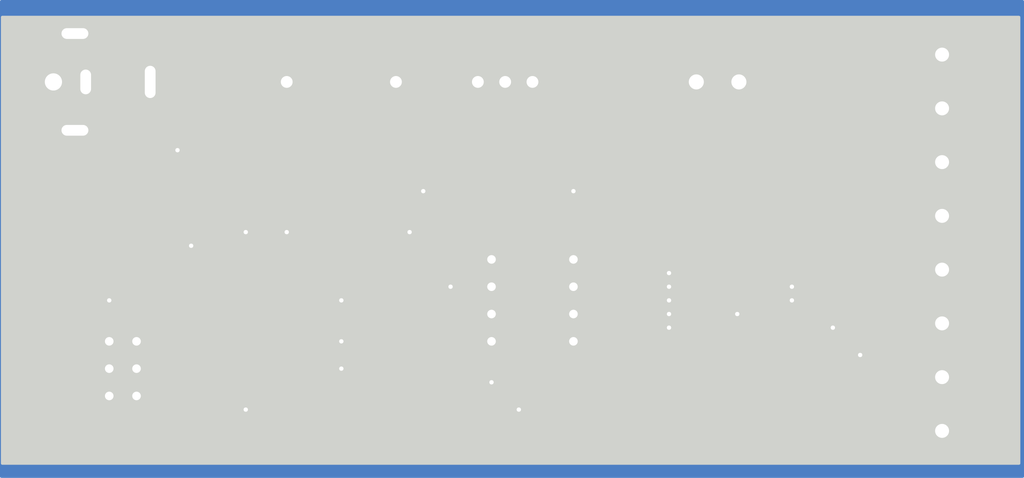
<source format=kicad_pcb>
(kicad_pcb (version 20171130) (host pcbnew 5.1.6-c6e7f7d~86~ubuntu18.04.1)

  (general
    (thickness 1.6)
    (drawings 1)
    (tracks 172)
    (zones 0)
    (modules 18)
    (nets 15)
  )

  (page A4)
  (layers
    (0 F.Cu signal)
    (31 B.Cu signal)
    (32 B.Adhes user)
    (33 F.Adhes user)
    (34 B.Paste user)
    (35 F.Paste user)
    (36 B.SilkS user)
    (37 F.SilkS user)
    (38 B.Mask user)
    (39 F.Mask user)
    (40 Dwgs.User user)
    (41 Cmts.User user)
    (42 Eco1.User user)
    (43 Eco2.User user)
    (44 Edge.Cuts user)
    (45 Margin user)
    (46 B.CrtYd user)
    (47 F.CrtYd user)
    (48 B.Fab user)
    (49 F.Fab user)
  )

  (setup
    (last_trace_width 0.25)
    (trace_clearance 0.2)
    (zone_clearance 0.508)
    (zone_45_only no)
    (trace_min 0.2)
    (via_size 0.8)
    (via_drill 0.4)
    (via_min_size 0.4)
    (via_min_drill 0.3)
    (uvia_size 0.3)
    (uvia_drill 0.1)
    (uvias_allowed no)
    (uvia_min_size 0.2)
    (uvia_min_drill 0.1)
    (edge_width 0.05)
    (segment_width 0.2)
    (pcb_text_width 0.3)
    (pcb_text_size 1.5 1.5)
    (mod_edge_width 0.12)
    (mod_text_size 1 1)
    (mod_text_width 0.15)
    (pad_size 1.524 1.524)
    (pad_drill 0.762)
    (pad_to_mask_clearance 0.05)
    (aux_axis_origin 0 0)
    (visible_elements FFFFFF7F)
    (pcbplotparams
      (layerselection 0x010fc_ffffffff)
      (usegerberextensions false)
      (usegerberattributes true)
      (usegerberadvancedattributes true)
      (creategerberjobfile true)
      (excludeedgelayer true)
      (linewidth 0.100000)
      (plotframeref false)
      (viasonmask false)
      (mode 1)
      (useauxorigin false)
      (hpglpennumber 1)
      (hpglpenspeed 20)
      (hpglpendiameter 15.000000)
      (psnegative false)
      (psa4output false)
      (plotreference true)
      (plotvalue true)
      (plotinvisibletext false)
      (padsonsilk false)
      (subtractmaskfromsilk false)
      (outputformat 1)
      (mirror false)
      (drillshape 1)
      (scaleselection 1)
      (outputdirectory ""))
  )

  (net 0 "")
  (net 1 "Net-(C1-Pad1)")
  (net 2 GND)
  (net 3 "Net-(C2-Pad1)")
  (net 4 VCC)
  (net 5 "Net-(D1-Pad2)")
  (net 6 "Net-(D2-Pad2)")
  (net 7 "Net-(D3-Pad2)")
  (net 8 "Net-(D4-Pad2)")
  (net 9 /PB0)
  (net 10 /PB2)
  (net 11 /PB1)
  (net 12 /PB5)
  (net 13 /PB3)
  (net 14 /PB4)

  (net_class Default "This is the default net class."
    (clearance 0.2)
    (trace_width 0.25)
    (via_dia 0.8)
    (via_drill 0.4)
    (uvia_dia 0.3)
    (uvia_drill 0.1)
    (add_net /PB0)
    (add_net /PB1)
    (add_net /PB2)
    (add_net /PB3)
    (add_net /PB4)
    (add_net /PB5)
    (add_net GND)
    (add_net "Net-(C1-Pad1)")
    (add_net "Net-(C2-Pad1)")
    (add_net "Net-(D1-Pad2)")
    (add_net "Net-(D2-Pad2)")
    (add_net "Net-(D3-Pad2)")
    (add_net "Net-(D4-Pad2)")
    (add_net VCC)
  )

  (module Capacitor_SMD:CP_Elec_3x5.4 (layer F.Cu) (tedit 5BCA39CF) (tstamp 5EEFEB8E)
    (at 147.32 92.71)
    (descr "SMD capacitor, aluminum electrolytic, Nichicon, 3.0x5.4mm")
    (tags "capacitor electrolytic")
    (path /5EFA59CE)
    (attr smd)
    (fp_text reference C1 (at 0 -2.7) (layer F.SilkS)
      (effects (font (size 1 1) (thickness 0.15)))
    )
    (fp_text value 47u (at 0 2.7) (layer F.Fab)
      (effects (font (size 1 1) (thickness 0.15)))
    )
    (fp_line (start -2.85 1.05) (end -1.78 1.05) (layer F.CrtYd) (width 0.05))
    (fp_line (start -2.85 -1.05) (end -2.85 1.05) (layer F.CrtYd) (width 0.05))
    (fp_line (start -1.78 -1.05) (end -2.85 -1.05) (layer F.CrtYd) (width 0.05))
    (fp_line (start -1.78 -1.05) (end -0.93 -1.9) (layer F.CrtYd) (width 0.05))
    (fp_line (start -1.78 1.05) (end -0.93 1.9) (layer F.CrtYd) (width 0.05))
    (fp_line (start -0.93 -1.9) (end 1.9 -1.9) (layer F.CrtYd) (width 0.05))
    (fp_line (start -0.93 1.9) (end 1.9 1.9) (layer F.CrtYd) (width 0.05))
    (fp_line (start 1.9 1.05) (end 1.9 1.9) (layer F.CrtYd) (width 0.05))
    (fp_line (start 2.85 1.05) (end 1.9 1.05) (layer F.CrtYd) (width 0.05))
    (fp_line (start 2.85 -1.05) (end 2.85 1.05) (layer F.CrtYd) (width 0.05))
    (fp_line (start 1.9 -1.05) (end 2.85 -1.05) (layer F.CrtYd) (width 0.05))
    (fp_line (start 1.9 -1.9) (end 1.9 -1.05) (layer F.CrtYd) (width 0.05))
    (fp_line (start -2.1875 -1.6225) (end -2.1875 -1.2475) (layer F.SilkS) (width 0.12))
    (fp_line (start -2.375 -1.435) (end -2 -1.435) (layer F.SilkS) (width 0.12))
    (fp_line (start -1.570563 1.06) (end -0.870563 1.76) (layer F.SilkS) (width 0.12))
    (fp_line (start -1.570563 -1.06) (end -0.870563 -1.76) (layer F.SilkS) (width 0.12))
    (fp_line (start -0.870563 1.76) (end 1.76 1.76) (layer F.SilkS) (width 0.12))
    (fp_line (start -0.870563 -1.76) (end 1.76 -1.76) (layer F.SilkS) (width 0.12))
    (fp_line (start 1.76 -1.76) (end 1.76 -1.06) (layer F.SilkS) (width 0.12))
    (fp_line (start 1.76 1.76) (end 1.76 1.06) (layer F.SilkS) (width 0.12))
    (fp_line (start -0.960469 -0.95) (end -0.960469 -0.65) (layer F.Fab) (width 0.1))
    (fp_line (start -1.110469 -0.8) (end -0.810469 -0.8) (layer F.Fab) (width 0.1))
    (fp_line (start -1.65 0.825) (end -0.825 1.65) (layer F.Fab) (width 0.1))
    (fp_line (start -1.65 -0.825) (end -0.825 -1.65) (layer F.Fab) (width 0.1))
    (fp_line (start -1.65 -0.825) (end -1.65 0.825) (layer F.Fab) (width 0.1))
    (fp_line (start -0.825 1.65) (end 1.65 1.65) (layer F.Fab) (width 0.1))
    (fp_line (start -0.825 -1.65) (end 1.65 -1.65) (layer F.Fab) (width 0.1))
    (fp_line (start 1.65 -1.65) (end 1.65 1.65) (layer F.Fab) (width 0.1))
    (fp_circle (center 0 0) (end 1.5 0) (layer F.Fab) (width 0.1))
    (fp_text user %R (at 0 0) (layer F.Fab)
      (effects (font (size 0.6 0.6) (thickness 0.09)))
    )
    (pad 1 smd roundrect (at -1.5 0) (size 2.2 1.6) (layers F.Cu F.Paste F.Mask) (roundrect_rratio 0.15625)
      (net 1 "Net-(C1-Pad1)"))
    (pad 2 smd roundrect (at 1.5 0) (size 2.2 1.6) (layers F.Cu F.Paste F.Mask) (roundrect_rratio 0.15625)
      (net 2 GND))
    (model ${KISYS3DMOD}/Capacitor_SMD.3dshapes/CP_Elec_3x5.4.wrl
      (at (xyz 0 0 0))
      (scale (xyz 1 1 1))
      (rotate (xyz 0 0 0))
    )
  )

  (module Capacitor_SMD:CP_Elec_3x5.4 (layer F.Cu) (tedit 5BCA39CF) (tstamp 5EEFEBB2)
    (at 165.1 92.71)
    (descr "SMD capacitor, aluminum electrolytic, Nichicon, 3.0x5.4mm")
    (tags "capacitor electrolytic")
    (path /5EFBEB63)
    (attr smd)
    (fp_text reference C2 (at 0 -2.7) (layer F.SilkS)
      (effects (font (size 1 1) (thickness 0.15)))
    )
    (fp_text value 47u (at 0 2.7) (layer F.Fab)
      (effects (font (size 1 1) (thickness 0.15)))
    )
    (fp_text user %R (at 0 0) (layer F.Fab)
      (effects (font (size 0.6 0.6) (thickness 0.09)))
    )
    (fp_circle (center 0 0) (end 1.5 0) (layer F.Fab) (width 0.1))
    (fp_line (start 1.65 -1.65) (end 1.65 1.65) (layer F.Fab) (width 0.1))
    (fp_line (start -0.825 -1.65) (end 1.65 -1.65) (layer F.Fab) (width 0.1))
    (fp_line (start -0.825 1.65) (end 1.65 1.65) (layer F.Fab) (width 0.1))
    (fp_line (start -1.65 -0.825) (end -1.65 0.825) (layer F.Fab) (width 0.1))
    (fp_line (start -1.65 -0.825) (end -0.825 -1.65) (layer F.Fab) (width 0.1))
    (fp_line (start -1.65 0.825) (end -0.825 1.65) (layer F.Fab) (width 0.1))
    (fp_line (start -1.110469 -0.8) (end -0.810469 -0.8) (layer F.Fab) (width 0.1))
    (fp_line (start -0.960469 -0.95) (end -0.960469 -0.65) (layer F.Fab) (width 0.1))
    (fp_line (start 1.76 1.76) (end 1.76 1.06) (layer F.SilkS) (width 0.12))
    (fp_line (start 1.76 -1.76) (end 1.76 -1.06) (layer F.SilkS) (width 0.12))
    (fp_line (start -0.870563 -1.76) (end 1.76 -1.76) (layer F.SilkS) (width 0.12))
    (fp_line (start -0.870563 1.76) (end 1.76 1.76) (layer F.SilkS) (width 0.12))
    (fp_line (start -1.570563 -1.06) (end -0.870563 -1.76) (layer F.SilkS) (width 0.12))
    (fp_line (start -1.570563 1.06) (end -0.870563 1.76) (layer F.SilkS) (width 0.12))
    (fp_line (start -2.375 -1.435) (end -2 -1.435) (layer F.SilkS) (width 0.12))
    (fp_line (start -2.1875 -1.6225) (end -2.1875 -1.2475) (layer F.SilkS) (width 0.12))
    (fp_line (start 1.9 -1.9) (end 1.9 -1.05) (layer F.CrtYd) (width 0.05))
    (fp_line (start 1.9 -1.05) (end 2.85 -1.05) (layer F.CrtYd) (width 0.05))
    (fp_line (start 2.85 -1.05) (end 2.85 1.05) (layer F.CrtYd) (width 0.05))
    (fp_line (start 2.85 1.05) (end 1.9 1.05) (layer F.CrtYd) (width 0.05))
    (fp_line (start 1.9 1.05) (end 1.9 1.9) (layer F.CrtYd) (width 0.05))
    (fp_line (start -0.93 1.9) (end 1.9 1.9) (layer F.CrtYd) (width 0.05))
    (fp_line (start -0.93 -1.9) (end 1.9 -1.9) (layer F.CrtYd) (width 0.05))
    (fp_line (start -1.78 1.05) (end -0.93 1.9) (layer F.CrtYd) (width 0.05))
    (fp_line (start -1.78 -1.05) (end -0.93 -1.9) (layer F.CrtYd) (width 0.05))
    (fp_line (start -1.78 -1.05) (end -2.85 -1.05) (layer F.CrtYd) (width 0.05))
    (fp_line (start -2.85 -1.05) (end -2.85 1.05) (layer F.CrtYd) (width 0.05))
    (fp_line (start -2.85 1.05) (end -1.78 1.05) (layer F.CrtYd) (width 0.05))
    (pad 2 smd roundrect (at 1.5 0) (size 2.2 1.6) (layers F.Cu F.Paste F.Mask) (roundrect_rratio 0.15625)
      (net 2 GND))
    (pad 1 smd roundrect (at -1.5 0) (size 2.2 1.6) (layers F.Cu F.Paste F.Mask) (roundrect_rratio 0.15625)
      (net 3 "Net-(C2-Pad1)"))
    (model ${KISYS3DMOD}/Capacitor_SMD.3dshapes/CP_Elec_3x5.4.wrl
      (at (xyz 0 0 0))
      (scale (xyz 1 1 1))
      (rotate (xyz 0 0 0))
    )
  )

  (module Capacitor_SMD:CP_Elec_3x5.4 (layer F.Cu) (tedit 5BCA39CF) (tstamp 5EEFEBD6)
    (at 146.05 105.41)
    (descr "SMD capacitor, aluminum electrolytic, Nichicon, 3.0x5.4mm")
    (tags "capacitor electrolytic")
    (path /5EFCE614)
    (attr smd)
    (fp_text reference C3 (at 0 -2.7) (layer F.SilkS)
      (effects (font (size 1 1) (thickness 0.15)))
    )
    (fp_text value 0.1u (at 0 2.7) (layer F.Fab)
      (effects (font (size 1 1) (thickness 0.15)))
    )
    (fp_line (start -2.85 1.05) (end -1.78 1.05) (layer F.CrtYd) (width 0.05))
    (fp_line (start -2.85 -1.05) (end -2.85 1.05) (layer F.CrtYd) (width 0.05))
    (fp_line (start -1.78 -1.05) (end -2.85 -1.05) (layer F.CrtYd) (width 0.05))
    (fp_line (start -1.78 -1.05) (end -0.93 -1.9) (layer F.CrtYd) (width 0.05))
    (fp_line (start -1.78 1.05) (end -0.93 1.9) (layer F.CrtYd) (width 0.05))
    (fp_line (start -0.93 -1.9) (end 1.9 -1.9) (layer F.CrtYd) (width 0.05))
    (fp_line (start -0.93 1.9) (end 1.9 1.9) (layer F.CrtYd) (width 0.05))
    (fp_line (start 1.9 1.05) (end 1.9 1.9) (layer F.CrtYd) (width 0.05))
    (fp_line (start 2.85 1.05) (end 1.9 1.05) (layer F.CrtYd) (width 0.05))
    (fp_line (start 2.85 -1.05) (end 2.85 1.05) (layer F.CrtYd) (width 0.05))
    (fp_line (start 1.9 -1.05) (end 2.85 -1.05) (layer F.CrtYd) (width 0.05))
    (fp_line (start 1.9 -1.9) (end 1.9 -1.05) (layer F.CrtYd) (width 0.05))
    (fp_line (start -2.1875 -1.6225) (end -2.1875 -1.2475) (layer F.SilkS) (width 0.12))
    (fp_line (start -2.375 -1.435) (end -2 -1.435) (layer F.SilkS) (width 0.12))
    (fp_line (start -1.570563 1.06) (end -0.870563 1.76) (layer F.SilkS) (width 0.12))
    (fp_line (start -1.570563 -1.06) (end -0.870563 -1.76) (layer F.SilkS) (width 0.12))
    (fp_line (start -0.870563 1.76) (end 1.76 1.76) (layer F.SilkS) (width 0.12))
    (fp_line (start -0.870563 -1.76) (end 1.76 -1.76) (layer F.SilkS) (width 0.12))
    (fp_line (start 1.76 -1.76) (end 1.76 -1.06) (layer F.SilkS) (width 0.12))
    (fp_line (start 1.76 1.76) (end 1.76 1.06) (layer F.SilkS) (width 0.12))
    (fp_line (start -0.960469 -0.95) (end -0.960469 -0.65) (layer F.Fab) (width 0.1))
    (fp_line (start -1.110469 -0.8) (end -0.810469 -0.8) (layer F.Fab) (width 0.1))
    (fp_line (start -1.65 0.825) (end -0.825 1.65) (layer F.Fab) (width 0.1))
    (fp_line (start -1.65 -0.825) (end -0.825 -1.65) (layer F.Fab) (width 0.1))
    (fp_line (start -1.65 -0.825) (end -1.65 0.825) (layer F.Fab) (width 0.1))
    (fp_line (start -0.825 1.65) (end 1.65 1.65) (layer F.Fab) (width 0.1))
    (fp_line (start -0.825 -1.65) (end 1.65 -1.65) (layer F.Fab) (width 0.1))
    (fp_line (start 1.65 -1.65) (end 1.65 1.65) (layer F.Fab) (width 0.1))
    (fp_circle (center 0 0) (end 1.5 0) (layer F.Fab) (width 0.1))
    (fp_text user %R (at 0 0) (layer F.Fab)
      (effects (font (size 0.6 0.6) (thickness 0.09)))
    )
    (pad 1 smd roundrect (at -1.5 0) (size 2.2 1.6) (layers F.Cu F.Paste F.Mask) (roundrect_rratio 0.15625)
      (net 4 VCC))
    (pad 2 smd roundrect (at 1.5 0) (size 2.2 1.6) (layers F.Cu F.Paste F.Mask) (roundrect_rratio 0.15625)
      (net 2 GND))
    (model ${KISYS3DMOD}/Capacitor_SMD.3dshapes/CP_Elec_3x5.4.wrl
      (at (xyz 0 0 0))
      (scale (xyz 1 1 1))
      (rotate (xyz 0 0 0))
    )
  )

  (module Diode_THT:D_DO-41_SOD81_P10.16mm_Horizontal (layer F.Cu) (tedit 5AE50CD5) (tstamp 5EEFEBF5)
    (at 134.62 85.09)
    (descr "Diode, DO-41_SOD81 series, Axial, Horizontal, pin pitch=10.16mm, , length*diameter=5.2*2.7mm^2, , http://www.diodes.com/_files/packages/DO-41%20(Plastic).pdf")
    (tags "Diode DO-41_SOD81 series Axial Horizontal pin pitch 10.16mm  length 5.2mm diameter 2.7mm")
    (path /5EFA52D5)
    (fp_text reference D1 (at 5.08 -2.47) (layer F.SilkS)
      (effects (font (size 1 1) (thickness 0.15)))
    )
    (fp_text value 1N4001 (at 5.08 2.47) (layer F.Fab)
      (effects (font (size 1 1) (thickness 0.15)))
    )
    (fp_line (start 11.51 -1.6) (end -1.35 -1.6) (layer F.CrtYd) (width 0.05))
    (fp_line (start 11.51 1.6) (end 11.51 -1.6) (layer F.CrtYd) (width 0.05))
    (fp_line (start -1.35 1.6) (end 11.51 1.6) (layer F.CrtYd) (width 0.05))
    (fp_line (start -1.35 -1.6) (end -1.35 1.6) (layer F.CrtYd) (width 0.05))
    (fp_line (start 3.14 -1.47) (end 3.14 1.47) (layer F.SilkS) (width 0.12))
    (fp_line (start 3.38 -1.47) (end 3.38 1.47) (layer F.SilkS) (width 0.12))
    (fp_line (start 3.26 -1.47) (end 3.26 1.47) (layer F.SilkS) (width 0.12))
    (fp_line (start 8.82 0) (end 7.8 0) (layer F.SilkS) (width 0.12))
    (fp_line (start 1.34 0) (end 2.36 0) (layer F.SilkS) (width 0.12))
    (fp_line (start 7.8 -1.47) (end 2.36 -1.47) (layer F.SilkS) (width 0.12))
    (fp_line (start 7.8 1.47) (end 7.8 -1.47) (layer F.SilkS) (width 0.12))
    (fp_line (start 2.36 1.47) (end 7.8 1.47) (layer F.SilkS) (width 0.12))
    (fp_line (start 2.36 -1.47) (end 2.36 1.47) (layer F.SilkS) (width 0.12))
    (fp_line (start 3.16 -1.35) (end 3.16 1.35) (layer F.Fab) (width 0.1))
    (fp_line (start 3.36 -1.35) (end 3.36 1.35) (layer F.Fab) (width 0.1))
    (fp_line (start 3.26 -1.35) (end 3.26 1.35) (layer F.Fab) (width 0.1))
    (fp_line (start 10.16 0) (end 7.68 0) (layer F.Fab) (width 0.1))
    (fp_line (start 0 0) (end 2.48 0) (layer F.Fab) (width 0.1))
    (fp_line (start 7.68 -1.35) (end 2.48 -1.35) (layer F.Fab) (width 0.1))
    (fp_line (start 7.68 1.35) (end 7.68 -1.35) (layer F.Fab) (width 0.1))
    (fp_line (start 2.48 1.35) (end 7.68 1.35) (layer F.Fab) (width 0.1))
    (fp_line (start 2.48 -1.35) (end 2.48 1.35) (layer F.Fab) (width 0.1))
    (fp_text user %R (at 5.47 0) (layer F.Fab)
      (effects (font (size 1 1) (thickness 0.15)))
    )
    (fp_text user K (at 0 -2.1) (layer F.Fab)
      (effects (font (size 1 1) (thickness 0.15)))
    )
    (fp_text user K (at 0 -2.1) (layer F.SilkS)
      (effects (font (size 1 1) (thickness 0.15)))
    )
    (pad 1 thru_hole rect (at 0 0) (size 2.2 2.2) (drill 1.1) (layers *.Cu *.Mask)
      (net 1 "Net-(C1-Pad1)"))
    (pad 2 thru_hole oval (at 10.16 0) (size 2.2 2.2) (drill 1.1) (layers *.Cu *.Mask)
      (net 5 "Net-(D1-Pad2)"))
    (model ${KISYS3DMOD}/Diode_THT.3dshapes/D_DO-41_SOD81_P10.16mm_Horizontal.wrl
      (at (xyz 0 0 0))
      (scale (xyz 1 1 1))
      (rotate (xyz 0 0 0))
    )
  )

  (module LED_SMD:LED_Lumex_SML-LX0303SIUPGUSB (layer F.Cu) (tedit 5DDDB41D) (tstamp 5EEFEC09)
    (at 128.27 92.71)
    (descr "Lumex RGB LED, clear, SMD, https://www.lumex.com/spec/SML-LX0303SIUPGUSB.pdf")
    (tags "LED RGB")
    (path /5EFF2608)
    (attr smd)
    (fp_text reference D2 (at 0 -1.5) (layer F.SilkS)
      (effects (font (size 1 1) (thickness 0.15)))
    )
    (fp_text value LED (at 0 1.5) (layer F.Fab)
      (effects (font (size 1 1) (thickness 0.15)))
    )
    (fp_line (start -0.2 -0.725) (end -0.725 -0.725) (layer F.SilkS) (width 0.1))
    (fp_line (start -0.725 -0.725) (end -0.725 -0.2) (layer F.SilkS) (width 0.1))
    (fp_line (start -0.4 -0.2) (end -0.4 0.4) (layer F.Fab) (width 0.1))
    (fp_line (start -0.4 0.4) (end 0.4 0.4) (layer F.Fab) (width 0.1))
    (fp_line (start 0.4 0.4) (end 0.4 -0.4) (layer F.Fab) (width 0.1))
    (fp_line (start 0.4 -0.4) (end -0.2 -0.4) (layer F.Fab) (width 0.1))
    (fp_line (start -0.2 -0.4) (end -0.4 -0.2) (layer F.Fab) (width 0.1))
    (fp_line (start -0.8 -0.8) (end -0.8 0.8) (layer F.CrtYd) (width 0.05))
    (fp_line (start -0.8 0.8) (end 0.8 0.8) (layer F.CrtYd) (width 0.05))
    (fp_line (start 0.8 0.8) (end 0.8 -0.8) (layer F.CrtYd) (width 0.05))
    (fp_line (start 0.8 -0.8) (end -0.8 -0.8) (layer F.CrtYd) (width 0.05))
    (fp_text user %R (at 0 -1) (layer F.Fab)
      (effects (font (size 0.5 0.5) (thickness 0.1)))
    )
    (pad 1 smd roundrect (at -0.325 -0.325) (size 0.45 0.45) (layers F.Cu F.Paste F.Mask) (roundrect_rratio 0.25)
      (net 2 GND))
    (pad 2 smd roundrect (at 0.325 -0.325) (size 0.45 0.45) (layers F.Cu F.Paste F.Mask) (roundrect_rratio 0.25)
      (net 6 "Net-(D2-Pad2)"))
    (pad 3 smd roundrect (at 0.325 0.325) (size 0.45 0.45) (layers F.Cu F.Paste F.Mask) (roundrect_rratio 0.25))
    (pad 4 smd roundrect (at -0.325 0.325) (size 0.45 0.45) (layers F.Cu F.Paste F.Mask) (roundrect_rratio 0.25))
    (model ${KISYS3DMOD}/LED_SMD.3dshapes/LED_Lumex_SML-LX0303SIUPGUSB.wrl
      (at (xyz 0 0 0))
      (scale (xyz 1 1 1))
      (rotate (xyz 0 0 0))
    )
  )

  (module LED_SMD:LED_Lumex_SML-LX0303SIUPGUSB (layer F.Cu) (tedit 5DDDB41D) (tstamp 5EEFEC1D)
    (at 171.45 116.427501)
    (descr "Lumex RGB LED, clear, SMD, https://www.lumex.com/spec/SML-LX0303SIUPGUSB.pdf")
    (tags "LED RGB")
    (path /5EFF36AF)
    (attr smd)
    (fp_text reference D3 (at 0 -1.5) (layer F.SilkS)
      (effects (font (size 1 1) (thickness 0.15)))
    )
    (fp_text value LED (at 0 1.5) (layer F.Fab)
      (effects (font (size 1 1) (thickness 0.15)))
    )
    (fp_text user %R (at 0 -1) (layer F.Fab)
      (effects (font (size 0.5 0.5) (thickness 0.1)))
    )
    (fp_line (start 0.8 -0.8) (end -0.8 -0.8) (layer F.CrtYd) (width 0.05))
    (fp_line (start 0.8 0.8) (end 0.8 -0.8) (layer F.CrtYd) (width 0.05))
    (fp_line (start -0.8 0.8) (end 0.8 0.8) (layer F.CrtYd) (width 0.05))
    (fp_line (start -0.8 -0.8) (end -0.8 0.8) (layer F.CrtYd) (width 0.05))
    (fp_line (start -0.2 -0.4) (end -0.4 -0.2) (layer F.Fab) (width 0.1))
    (fp_line (start 0.4 -0.4) (end -0.2 -0.4) (layer F.Fab) (width 0.1))
    (fp_line (start 0.4 0.4) (end 0.4 -0.4) (layer F.Fab) (width 0.1))
    (fp_line (start -0.4 0.4) (end 0.4 0.4) (layer F.Fab) (width 0.1))
    (fp_line (start -0.4 -0.2) (end -0.4 0.4) (layer F.Fab) (width 0.1))
    (fp_line (start -0.725 -0.725) (end -0.725 -0.2) (layer F.SilkS) (width 0.1))
    (fp_line (start -0.2 -0.725) (end -0.725 -0.725) (layer F.SilkS) (width 0.1))
    (pad 4 smd roundrect (at -0.325 0.325) (size 0.45 0.45) (layers F.Cu F.Paste F.Mask) (roundrect_rratio 0.25))
    (pad 3 smd roundrect (at 0.325 0.325) (size 0.45 0.45) (layers F.Cu F.Paste F.Mask) (roundrect_rratio 0.25))
    (pad 2 smd roundrect (at 0.325 -0.325) (size 0.45 0.45) (layers F.Cu F.Paste F.Mask) (roundrect_rratio 0.25)
      (net 7 "Net-(D3-Pad2)"))
    (pad 1 smd roundrect (at -0.325 -0.325) (size 0.45 0.45) (layers F.Cu F.Paste F.Mask) (roundrect_rratio 0.25)
      (net 2 GND))
    (model ${KISYS3DMOD}/LED_SMD.3dshapes/LED_Lumex_SML-LX0303SIUPGUSB.wrl
      (at (xyz 0 0 0))
      (scale (xyz 1 1 1))
      (rotate (xyz 0 0 0))
    )
  )

  (module LED_SMD:LED_Lumex_SML-LX0303SIUPGUSB (layer F.Cu) (tedit 5DDDB41D) (tstamp 5EEFEC31)
    (at 182.88 116.427501)
    (descr "Lumex RGB LED, clear, SMD, https://www.lumex.com/spec/SML-LX0303SIUPGUSB.pdf")
    (tags "LED RGB")
    (path /5EFF420D)
    (attr smd)
    (fp_text reference D4 (at 0 -1.5) (layer F.SilkS)
      (effects (font (size 1 1) (thickness 0.15)))
    )
    (fp_text value LED (at 0 1.5) (layer F.Fab)
      (effects (font (size 1 1) (thickness 0.15)))
    )
    (fp_line (start -0.2 -0.725) (end -0.725 -0.725) (layer F.SilkS) (width 0.1))
    (fp_line (start -0.725 -0.725) (end -0.725 -0.2) (layer F.SilkS) (width 0.1))
    (fp_line (start -0.4 -0.2) (end -0.4 0.4) (layer F.Fab) (width 0.1))
    (fp_line (start -0.4 0.4) (end 0.4 0.4) (layer F.Fab) (width 0.1))
    (fp_line (start 0.4 0.4) (end 0.4 -0.4) (layer F.Fab) (width 0.1))
    (fp_line (start 0.4 -0.4) (end -0.2 -0.4) (layer F.Fab) (width 0.1))
    (fp_line (start -0.2 -0.4) (end -0.4 -0.2) (layer F.Fab) (width 0.1))
    (fp_line (start -0.8 -0.8) (end -0.8 0.8) (layer F.CrtYd) (width 0.05))
    (fp_line (start -0.8 0.8) (end 0.8 0.8) (layer F.CrtYd) (width 0.05))
    (fp_line (start 0.8 0.8) (end 0.8 -0.8) (layer F.CrtYd) (width 0.05))
    (fp_line (start 0.8 -0.8) (end -0.8 -0.8) (layer F.CrtYd) (width 0.05))
    (fp_text user %R (at 0 -1) (layer F.Fab)
      (effects (font (size 0.5 0.5) (thickness 0.1)))
    )
    (pad 1 smd roundrect (at -0.325 -0.325) (size 0.45 0.45) (layers F.Cu F.Paste F.Mask) (roundrect_rratio 0.25)
      (net 2 GND))
    (pad 2 smd roundrect (at 0.325 -0.325) (size 0.45 0.45) (layers F.Cu F.Paste F.Mask) (roundrect_rratio 0.25)
      (net 8 "Net-(D4-Pad2)"))
    (pad 3 smd roundrect (at 0.325 0.325) (size 0.45 0.45) (layers F.Cu F.Paste F.Mask) (roundrect_rratio 0.25))
    (pad 4 smd roundrect (at -0.325 0.325) (size 0.45 0.45) (layers F.Cu F.Paste F.Mask) (roundrect_rratio 0.25))
    (model ${KISYS3DMOD}/LED_SMD.3dshapes/LED_Lumex_SML-LX0303SIUPGUSB.wrl
      (at (xyz 0 0 0))
      (scale (xyz 1 1 1))
      (rotate (xyz 0 0 0))
    )
  )

  (module Connector_BarrelJack:BarrelJack_CUI_PJ-063AH_Horizontal (layer F.Cu) (tedit 5B0886BD) (tstamp 5EEFEC4E)
    (at 121.92 85.09 270)
    (descr "Barrel Jack, 2.0mm ID, 5.5mm OD, 24V, 8A, no switch, https://www.cui.com/product/resource/pj-063ah.pdf")
    (tags "barrel jack cui dc power")
    (path /5EFA6A5C)
    (fp_text reference J1 (at 0 -2.3 90) (layer F.SilkS)
      (effects (font (size 1 1) (thickness 0.15)))
    )
    (fp_text value Barrel_Jack (at 0 13 90) (layer F.Fab)
      (effects (font (size 1 1) (thickness 0.15)))
    )
    (fp_line (start 6 -1.5) (end -6 -1.5) (layer F.CrtYd) (width 0.05))
    (fp_line (start 6 12.5) (end 6 -1.5) (layer F.CrtYd) (width 0.05))
    (fp_line (start -6 12.5) (end 6 12.5) (layer F.CrtYd) (width 0.05))
    (fp_line (start -6 -1.5) (end -6 12.5) (layer F.CrtYd) (width 0.05))
    (fp_line (start -1 -1.3) (end 1 -1.3) (layer F.SilkS) (width 0.12))
    (fp_line (start -5.11 12.11) (end -5.11 9.05) (layer F.SilkS) (width 0.12))
    (fp_line (start 5.11 12.11) (end -5.11 12.11) (layer F.SilkS) (width 0.12))
    (fp_line (start 5.11 9.05) (end 5.11 12.11) (layer F.SilkS) (width 0.12))
    (fp_line (start 5.11 -1.11) (end 5.11 4.95) (layer F.SilkS) (width 0.12))
    (fp_line (start 2.3 -1.11) (end 5.11 -1.11) (layer F.SilkS) (width 0.12))
    (fp_line (start -5.11 -1.11) (end -2.3 -1.11) (layer F.SilkS) (width 0.12))
    (fp_line (start -5.11 4.95) (end -5.11 -1.11) (layer F.SilkS) (width 0.12))
    (fp_line (start -5 12) (end -5 -1) (layer F.Fab) (width 0.1))
    (fp_line (start 5 12) (end -5 12) (layer F.Fab) (width 0.1))
    (fp_line (start 5 -1) (end 5 12) (layer F.Fab) (width 0.1))
    (fp_line (start 1 -1) (end 5 -1) (layer F.Fab) (width 0.1))
    (fp_line (start 0 0) (end 1 -1) (layer F.Fab) (width 0.1))
    (fp_line (start -1 -1) (end 0 0) (layer F.Fab) (width 0.1))
    (fp_line (start -5 -1) (end -1 -1) (layer F.Fab) (width 0.1))
    (fp_text user %R (at 0 5.5 90) (layer F.Fab)
      (effects (font (size 1 1) (thickness 0.15)))
    )
    (pad 1 thru_hole rect (at 0 0 270) (size 4 2) (drill oval 3 1) (layers *.Cu *.Mask)
      (net 2 GND))
    (pad 2 thru_hole oval (at 0 6 270) (size 3.3 2) (drill oval 2.3 1) (layers *.Cu *.Mask)
      (net 5 "Net-(D1-Pad2)"))
    (pad MP thru_hole oval (at -4.5 7 270) (size 2 3.5) (drill oval 1 2.5) (layers *.Cu *.Mask))
    (pad MP thru_hole oval (at 4.5 7 270) (size 2 3.5) (drill oval 1 2.5) (layers *.Cu *.Mask))
    (pad "" np_thru_hole circle (at 0 9 270) (size 1.6 1.6) (drill 1.6) (layers *.Cu *.Mask))
    (model ${KISYS3DMOD}/Connector_BarrelJack.3dshapes/BarrelJack_CUI_PJ-063AH_Horizontal.wrl
      (at (xyz 0 0 0))
      (scale (xyz 1 1 1))
      (rotate (xyz 0 0 0))
    )
  )

  (module AVR-ISP:AVR-ISP (layer F.Cu) (tedit 5EE43738) (tstamp 5EEFEC5C)
    (at 119.38 111.76 90)
    (path /5EFA9066)
    (fp_text reference J2 (at 0 0 90) (layer F.SilkS)
      (effects (font (size 0.787402 0.787402) (thickness 0.015)))
    )
    (fp_text value AVR-ISP-6 (at 0 0 90) (layer F.Fab)
      (effects (font (size 0.787402 0.787402) (thickness 0.015)))
    )
    (fp_line (start -3.81 -2.54) (end 3.81 -2.54) (layer F.SilkS) (width 0.127))
    (fp_line (start 3.81 -2.54) (end 3.81 2.54) (layer F.SilkS) (width 0.127))
    (fp_line (start 3.81 2.54) (end -3.81 2.54) (layer F.SilkS) (width 0.127))
    (fp_line (start -3.81 2.54) (end -3.81 -2.54) (layer F.SilkS) (width 0.127))
    (pad 4 thru_hole circle (at 0 -1.27 90) (size 1.308 1.308) (drill 0.8) (layers *.Cu *.Mask)
      (net 9 /PB0))
    (pad 3 thru_hole circle (at 0 1.27 90) (size 1.308 1.308) (drill 0.8) (layers *.Cu *.Mask)
      (net 10 /PB2))
    (pad 2 thru_hole circle (at -2.54 -1.27 90) (size 1.308 1.308) (drill 0.8) (layers *.Cu *.Mask)
      (net 4 VCC))
    (pad 1 thru_hole circle (at -2.54 1.27 90) (size 1.308 1.308) (drill 0.8) (layers *.Cu *.Mask)
      (net 11 /PB1))
    (pad 5 thru_hole circle (at 2.54 1.27 90) (size 1.308 1.308) (drill 0.8) (layers *.Cu *.Mask)
      (net 12 /PB5))
    (pad 6 thru_hole circle (at 2.54 -1.27 90) (size 1.308 1.308) (drill 0.8) (layers *.Cu *.Mask)
      (net 2 GND))
  )

  (module TerminalBlock_Phoenix:TerminalBlock_Phoenix_MKDS-1,5-8_1x08_P5.00mm_Horizontal (layer F.Cu) (tedit 5B294EEA) (tstamp 5EEFECBE)
    (at 195.58 82.55 270)
    (descr "Terminal Block Phoenix MKDS-1,5-8, 8 pins, pitch 5mm, size 40x9.8mm^2, drill diamater 1.3mm, pad diameter 2.6mm, see http://www.farnell.com/datasheets/100425.pdf, script-generated using https://github.com/pointhi/kicad-footprint-generator/scripts/TerminalBlock_Phoenix")
    (tags "THT Terminal Block Phoenix MKDS-1,5-8 pitch 5mm size 40x9.8mm^2 drill 1.3mm pad 2.6mm")
    (path /5EF9FBEE)
    (fp_text reference J3 (at 17.5 -6.26 90) (layer F.SilkS)
      (effects (font (size 1 1) (thickness 0.15)))
    )
    (fp_text value Screw_Terminal_01x08 (at 17.5 5.66 90) (layer F.Fab)
      (effects (font (size 1 1) (thickness 0.15)))
    )
    (fp_line (start 38 -5.71) (end -3 -5.71) (layer F.CrtYd) (width 0.05))
    (fp_line (start 38 5.1) (end 38 -5.71) (layer F.CrtYd) (width 0.05))
    (fp_line (start -3 5.1) (end 38 5.1) (layer F.CrtYd) (width 0.05))
    (fp_line (start -3 -5.71) (end -3 5.1) (layer F.CrtYd) (width 0.05))
    (fp_line (start -2.8 4.9) (end -2.3 4.9) (layer F.SilkS) (width 0.12))
    (fp_line (start -2.8 4.16) (end -2.8 4.9) (layer F.SilkS) (width 0.12))
    (fp_line (start 33.773 1.023) (end 33.726 1.069) (layer F.SilkS) (width 0.12))
    (fp_line (start 36.07 -1.275) (end 36.035 -1.239) (layer F.SilkS) (width 0.12))
    (fp_line (start 33.966 1.239) (end 33.931 1.274) (layer F.SilkS) (width 0.12))
    (fp_line (start 36.275 -1.069) (end 36.228 -1.023) (layer F.SilkS) (width 0.12))
    (fp_line (start 35.955 -1.138) (end 33.863 0.955) (layer F.Fab) (width 0.1))
    (fp_line (start 36.138 -0.955) (end 34.046 1.138) (layer F.Fab) (width 0.1))
    (fp_line (start 28.773 1.023) (end 28.726 1.069) (layer F.SilkS) (width 0.12))
    (fp_line (start 31.07 -1.275) (end 31.035 -1.239) (layer F.SilkS) (width 0.12))
    (fp_line (start 28.966 1.239) (end 28.931 1.274) (layer F.SilkS) (width 0.12))
    (fp_line (start 31.275 -1.069) (end 31.228 -1.023) (layer F.SilkS) (width 0.12))
    (fp_line (start 30.955 -1.138) (end 28.863 0.955) (layer F.Fab) (width 0.1))
    (fp_line (start 31.138 -0.955) (end 29.046 1.138) (layer F.Fab) (width 0.1))
    (fp_line (start 23.773 1.023) (end 23.726 1.069) (layer F.SilkS) (width 0.12))
    (fp_line (start 26.07 -1.275) (end 26.035 -1.239) (layer F.SilkS) (width 0.12))
    (fp_line (start 23.966 1.239) (end 23.931 1.274) (layer F.SilkS) (width 0.12))
    (fp_line (start 26.275 -1.069) (end 26.228 -1.023) (layer F.SilkS) (width 0.12))
    (fp_line (start 25.955 -1.138) (end 23.863 0.955) (layer F.Fab) (width 0.1))
    (fp_line (start 26.138 -0.955) (end 24.046 1.138) (layer F.Fab) (width 0.1))
    (fp_line (start 18.773 1.023) (end 18.726 1.069) (layer F.SilkS) (width 0.12))
    (fp_line (start 21.07 -1.275) (end 21.035 -1.239) (layer F.SilkS) (width 0.12))
    (fp_line (start 18.966 1.239) (end 18.931 1.274) (layer F.SilkS) (width 0.12))
    (fp_line (start 21.275 -1.069) (end 21.228 -1.023) (layer F.SilkS) (width 0.12))
    (fp_line (start 20.955 -1.138) (end 18.863 0.955) (layer F.Fab) (width 0.1))
    (fp_line (start 21.138 -0.955) (end 19.046 1.138) (layer F.Fab) (width 0.1))
    (fp_line (start 13.773 1.023) (end 13.726 1.069) (layer F.SilkS) (width 0.12))
    (fp_line (start 16.07 -1.275) (end 16.035 -1.239) (layer F.SilkS) (width 0.12))
    (fp_line (start 13.966 1.239) (end 13.931 1.274) (layer F.SilkS) (width 0.12))
    (fp_line (start 16.275 -1.069) (end 16.228 -1.023) (layer F.SilkS) (width 0.12))
    (fp_line (start 15.955 -1.138) (end 13.863 0.955) (layer F.Fab) (width 0.1))
    (fp_line (start 16.138 -0.955) (end 14.046 1.138) (layer F.Fab) (width 0.1))
    (fp_line (start 8.773 1.023) (end 8.726 1.069) (layer F.SilkS) (width 0.12))
    (fp_line (start 11.07 -1.275) (end 11.035 -1.239) (layer F.SilkS) (width 0.12))
    (fp_line (start 8.966 1.239) (end 8.931 1.274) (layer F.SilkS) (width 0.12))
    (fp_line (start 11.275 -1.069) (end 11.228 -1.023) (layer F.SilkS) (width 0.12))
    (fp_line (start 10.955 -1.138) (end 8.863 0.955) (layer F.Fab) (width 0.1))
    (fp_line (start 11.138 -0.955) (end 9.046 1.138) (layer F.Fab) (width 0.1))
    (fp_line (start 3.773 1.023) (end 3.726 1.069) (layer F.SilkS) (width 0.12))
    (fp_line (start 6.07 -1.275) (end 6.035 -1.239) (layer F.SilkS) (width 0.12))
    (fp_line (start 3.966 1.239) (end 3.931 1.274) (layer F.SilkS) (width 0.12))
    (fp_line (start 6.275 -1.069) (end 6.228 -1.023) (layer F.SilkS) (width 0.12))
    (fp_line (start 5.955 -1.138) (end 3.863 0.955) (layer F.Fab) (width 0.1))
    (fp_line (start 6.138 -0.955) (end 4.046 1.138) (layer F.Fab) (width 0.1))
    (fp_line (start 0.955 -1.138) (end -1.138 0.955) (layer F.Fab) (width 0.1))
    (fp_line (start 1.138 -0.955) (end -0.955 1.138) (layer F.Fab) (width 0.1))
    (fp_line (start 37.56 -5.261) (end 37.56 4.66) (layer F.SilkS) (width 0.12))
    (fp_line (start -2.56 -5.261) (end -2.56 4.66) (layer F.SilkS) (width 0.12))
    (fp_line (start -2.56 4.66) (end 37.56 4.66) (layer F.SilkS) (width 0.12))
    (fp_line (start -2.56 -5.261) (end 37.56 -5.261) (layer F.SilkS) (width 0.12))
    (fp_line (start -2.56 -2.301) (end 37.56 -2.301) (layer F.SilkS) (width 0.12))
    (fp_line (start -2.5 -2.3) (end 37.5 -2.3) (layer F.Fab) (width 0.1))
    (fp_line (start -2.56 2.6) (end 37.56 2.6) (layer F.SilkS) (width 0.12))
    (fp_line (start -2.5 2.6) (end 37.5 2.6) (layer F.Fab) (width 0.1))
    (fp_line (start -2.56 4.1) (end 37.56 4.1) (layer F.SilkS) (width 0.12))
    (fp_line (start -2.5 4.1) (end 37.5 4.1) (layer F.Fab) (width 0.1))
    (fp_line (start -2.5 4.1) (end -2.5 -5.2) (layer F.Fab) (width 0.1))
    (fp_line (start -2 4.6) (end -2.5 4.1) (layer F.Fab) (width 0.1))
    (fp_line (start 37.5 4.6) (end -2 4.6) (layer F.Fab) (width 0.1))
    (fp_line (start 37.5 -5.2) (end 37.5 4.6) (layer F.Fab) (width 0.1))
    (fp_line (start -2.5 -5.2) (end 37.5 -5.2) (layer F.Fab) (width 0.1))
    (fp_circle (center 35 0) (end 36.68 0) (layer F.SilkS) (width 0.12))
    (fp_circle (center 35 0) (end 36.5 0) (layer F.Fab) (width 0.1))
    (fp_circle (center 30 0) (end 31.68 0) (layer F.SilkS) (width 0.12))
    (fp_circle (center 30 0) (end 31.5 0) (layer F.Fab) (width 0.1))
    (fp_circle (center 25 0) (end 26.68 0) (layer F.SilkS) (width 0.12))
    (fp_circle (center 25 0) (end 26.5 0) (layer F.Fab) (width 0.1))
    (fp_circle (center 20 0) (end 21.68 0) (layer F.SilkS) (width 0.12))
    (fp_circle (center 20 0) (end 21.5 0) (layer F.Fab) (width 0.1))
    (fp_circle (center 15 0) (end 16.68 0) (layer F.SilkS) (width 0.12))
    (fp_circle (center 15 0) (end 16.5 0) (layer F.Fab) (width 0.1))
    (fp_circle (center 10 0) (end 11.68 0) (layer F.SilkS) (width 0.12))
    (fp_circle (center 10 0) (end 11.5 0) (layer F.Fab) (width 0.1))
    (fp_circle (center 5 0) (end 6.68 0) (layer F.SilkS) (width 0.12))
    (fp_circle (center 5 0) (end 6.5 0) (layer F.Fab) (width 0.1))
    (fp_circle (center 0 0) (end 1.5 0) (layer F.Fab) (width 0.1))
    (fp_arc (start 0 0) (end 0 1.68) (angle -24) (layer F.SilkS) (width 0.12))
    (fp_arc (start 0 0) (end 1.535 0.684) (angle -48) (layer F.SilkS) (width 0.12))
    (fp_arc (start 0 0) (end 0.684 -1.535) (angle -48) (layer F.SilkS) (width 0.12))
    (fp_arc (start 0 0) (end -1.535 -0.684) (angle -48) (layer F.SilkS) (width 0.12))
    (fp_arc (start 0 0) (end -0.684 1.535) (angle -25) (layer F.SilkS) (width 0.12))
    (fp_text user %R (at 17.5 3.2 90) (layer F.Fab)
      (effects (font (size 1 1) (thickness 0.15)))
    )
    (pad 1 thru_hole rect (at 0 0 270) (size 2.6 2.6) (drill 1.3) (layers *.Cu *.Mask)
      (net 4 VCC))
    (pad 2 thru_hole circle (at 5 0 270) (size 2.6 2.6) (drill 1.3) (layers *.Cu *.Mask)
      (net 9 /PB0))
    (pad 3 thru_hole circle (at 10 0 270) (size 2.6 2.6) (drill 1.3) (layers *.Cu *.Mask)
      (net 11 /PB1))
    (pad 4 thru_hole circle (at 15 0 270) (size 2.6 2.6) (drill 1.3) (layers *.Cu *.Mask)
      (net 10 /PB2))
    (pad 5 thru_hole circle (at 20 0 270) (size 2.6 2.6) (drill 1.3) (layers *.Cu *.Mask)
      (net 13 /PB3))
    (pad 6 thru_hole circle (at 25 0 270) (size 2.6 2.6) (drill 1.3) (layers *.Cu *.Mask)
      (net 14 /PB4))
    (pad 7 thru_hole circle (at 30 0 270) (size 2.6 2.6) (drill 1.3) (layers *.Cu *.Mask)
      (net 12 /PB5))
    (pad 8 thru_hole circle (at 35 0 270) (size 2.6 2.6) (drill 1.3) (layers *.Cu *.Mask)
      (net 2 GND))
    (model ${KISYS3DMOD}/TerminalBlock_Phoenix.3dshapes/TerminalBlock_Phoenix_MKDS-1,5-8_1x08_P5.00mm_Horizontal.wrl
      (at (xyz 0 0 0))
      (scale (xyz 1 1 1))
      (rotate (xyz 0 0 0))
    )
  )

  (module Connector_TE-Connectivity:TE_826576-2_1x02_P3.96mm_Vertical (layer F.Cu) (tedit 5D8E60CA) (tstamp 5EEFECDA)
    (at 172.72 85.09)
    (descr "TE, 826576-2, 2 Pins (https://www.te.com/commerce/DocumentDelivery/DDEController?Action=srchrtrv&DocNm=826576&DocType=Customer+Drawing&DocLang=English), generated with kicad-footprint-generator")
    (tags "connector TE 826576 vertical")
    (path /5EFA82AE)
    (fp_text reference JP1 (at 1.98 -4.4) (layer F.SilkS)
      (effects (font (size 1 1) (thickness 0.15)))
    )
    (fp_text value Jumper_2_Open (at 1.98 4.4) (layer F.Fab)
      (effects (font (size 1 1) (thickness 0.15)))
    )
    (fp_line (start 6.13 -3.7) (end -2.17 -3.7) (layer F.CrtYd) (width 0.05))
    (fp_line (start 6.13 3.7) (end 6.13 -3.7) (layer F.CrtYd) (width 0.05))
    (fp_line (start -2.17 3.7) (end 6.13 3.7) (layer F.CrtYd) (width 0.05))
    (fp_line (start -2.17 -3.7) (end -2.17 3.7) (layer F.CrtYd) (width 0.05))
    (fp_line (start 0.5 4.7) (end -0.5 4.7) (layer F.SilkS) (width 0.12))
    (fp_line (start 0 3.7) (end 0.5 4.7) (layer F.SilkS) (width 0.12))
    (fp_line (start -0.5 4.7) (end 0 3.7) (layer F.SilkS) (width 0.12))
    (fp_line (start 0 2.2) (end 0.5 3.2) (layer F.Fab) (width 0.1))
    (fp_line (start -0.5 3.2) (end 0 2.2) (layer F.Fab) (width 0.1))
    (fp_line (start 5.74 3.31) (end 1.98 3.31) (layer F.SilkS) (width 0.12))
    (fp_line (start 5.74 -3.31) (end 5.74 3.31) (layer F.SilkS) (width 0.12))
    (fp_line (start 1.98 -3.31) (end 5.74 -3.31) (layer F.SilkS) (width 0.12))
    (fp_line (start -1.78 3.31) (end 1.98 3.31) (layer F.SilkS) (width 0.12))
    (fp_line (start -1.78 -3.31) (end -1.78 3.31) (layer F.SilkS) (width 0.12))
    (fp_line (start 1.98 -3.31) (end -1.78 -3.31) (layer F.SilkS) (width 0.12))
    (fp_line (start 5.63 3.2) (end 1.98 3.2) (layer F.Fab) (width 0.1))
    (fp_line (start 5.63 -3.2) (end 5.63 3.2) (layer F.Fab) (width 0.1))
    (fp_line (start 1.98 -3.2) (end 5.63 -3.2) (layer F.Fab) (width 0.1))
    (fp_line (start -1.67 3.2) (end 1.98 3.2) (layer F.Fab) (width 0.1))
    (fp_line (start -1.67 -3.2) (end -1.67 3.2) (layer F.Fab) (width 0.1))
    (fp_line (start 1.98 -3.2) (end -1.67 -3.2) (layer F.Fab) (width 0.1))
    (fp_text user %R (at 1.98 -2.5) (layer F.Fab)
      (effects (font (size 1 1) (thickness 0.15)))
    )
    (pad 1 thru_hole roundrect (at 0 0) (size 2.4 2.4) (drill 1.4) (layers *.Cu *.Mask) (roundrect_rratio 0.104167)
      (net 3 "Net-(C2-Pad1)"))
    (pad 2 thru_hole circle (at 3.96 0) (size 2.4 2.4) (drill 1.4) (layers *.Cu *.Mask)
      (net 4 VCC))
    (model ${KISYS3DMOD}/Connector_TE-Connectivity.3dshapes/TE_826576-2_1x02_P3.96mm_Vertical.wrl
      (at (xyz 0 0 0))
      (scale (xyz 1 1 1))
      (rotate (xyz 0 0 0))
    )
  )

  (module Resistor_SMD:R_0603_1608Metric (layer F.Cu) (tedit 5B301BBD) (tstamp 5EEFECEB)
    (at 133.35 96.52)
    (descr "Resistor SMD 0603 (1608 Metric), square (rectangular) end terminal, IPC_7351 nominal, (Body size source: http://www.tortai-tech.com/upload/download/2011102023233369053.pdf), generated with kicad-footprint-generator")
    (tags resistor)
    (path /5F0066C4)
    (attr smd)
    (fp_text reference R1 (at 0 -1.43) (layer F.SilkS)
      (effects (font (size 1 1) (thickness 0.15)))
    )
    (fp_text value 500 (at 0 1.43) (layer F.Fab)
      (effects (font (size 1 1) (thickness 0.15)))
    )
    (fp_text user %R (at 0 0) (layer F.Fab)
      (effects (font (size 0.4 0.4) (thickness 0.06)))
    )
    (fp_line (start -0.8 0.4) (end -0.8 -0.4) (layer F.Fab) (width 0.1))
    (fp_line (start -0.8 -0.4) (end 0.8 -0.4) (layer F.Fab) (width 0.1))
    (fp_line (start 0.8 -0.4) (end 0.8 0.4) (layer F.Fab) (width 0.1))
    (fp_line (start 0.8 0.4) (end -0.8 0.4) (layer F.Fab) (width 0.1))
    (fp_line (start -0.162779 -0.51) (end 0.162779 -0.51) (layer F.SilkS) (width 0.12))
    (fp_line (start -0.162779 0.51) (end 0.162779 0.51) (layer F.SilkS) (width 0.12))
    (fp_line (start -1.48 0.73) (end -1.48 -0.73) (layer F.CrtYd) (width 0.05))
    (fp_line (start -1.48 -0.73) (end 1.48 -0.73) (layer F.CrtYd) (width 0.05))
    (fp_line (start 1.48 -0.73) (end 1.48 0.73) (layer F.CrtYd) (width 0.05))
    (fp_line (start 1.48 0.73) (end -1.48 0.73) (layer F.CrtYd) (width 0.05))
    (pad 2 smd roundrect (at 0.7875 0) (size 0.875 0.95) (layers F.Cu F.Paste F.Mask) (roundrect_rratio 0.25)
      (net 6 "Net-(D2-Pad2)"))
    (pad 1 smd roundrect (at -0.7875 0) (size 0.875 0.95) (layers F.Cu F.Paste F.Mask) (roundrect_rratio 0.25)
      (net 4 VCC))
    (model ${KISYS3DMOD}/Resistor_SMD.3dshapes/R_0603_1608Metric.wrl
      (at (xyz 0 0 0))
      (scale (xyz 1 1 1))
      (rotate (xyz 0 0 0))
    )
  )

  (module Resistor_SMD:R_0603_1608Metric (layer F.Cu) (tedit 5B301BBD) (tstamp 5EEFECFC)
    (at 171.45 110.49)
    (descr "Resistor SMD 0603 (1608 Metric), square (rectangular) end terminal, IPC_7351 nominal, (Body size source: http://www.tortai-tech.com/upload/download/2011102023233369053.pdf), generated with kicad-footprint-generator")
    (tags resistor)
    (path /5F007614)
    (attr smd)
    (fp_text reference R2 (at 0 -1.43) (layer F.SilkS)
      (effects (font (size 1 1) (thickness 0.15)))
    )
    (fp_text value 500 (at 0 1.43) (layer F.Fab)
      (effects (font (size 1 1) (thickness 0.15)))
    )
    (fp_line (start 1.48 0.73) (end -1.48 0.73) (layer F.CrtYd) (width 0.05))
    (fp_line (start 1.48 -0.73) (end 1.48 0.73) (layer F.CrtYd) (width 0.05))
    (fp_line (start -1.48 -0.73) (end 1.48 -0.73) (layer F.CrtYd) (width 0.05))
    (fp_line (start -1.48 0.73) (end -1.48 -0.73) (layer F.CrtYd) (width 0.05))
    (fp_line (start -0.162779 0.51) (end 0.162779 0.51) (layer F.SilkS) (width 0.12))
    (fp_line (start -0.162779 -0.51) (end 0.162779 -0.51) (layer F.SilkS) (width 0.12))
    (fp_line (start 0.8 0.4) (end -0.8 0.4) (layer F.Fab) (width 0.1))
    (fp_line (start 0.8 -0.4) (end 0.8 0.4) (layer F.Fab) (width 0.1))
    (fp_line (start -0.8 -0.4) (end 0.8 -0.4) (layer F.Fab) (width 0.1))
    (fp_line (start -0.8 0.4) (end -0.8 -0.4) (layer F.Fab) (width 0.1))
    (fp_text user %R (at 0 0) (layer F.Fab)
      (effects (font (size 0.4 0.4) (thickness 0.06)))
    )
    (pad 1 smd roundrect (at -0.7875 0) (size 0.875 0.95) (layers F.Cu F.Paste F.Mask) (roundrect_rratio 0.25)
      (net 9 /PB0))
    (pad 2 smd roundrect (at 0.7875 0) (size 0.875 0.95) (layers F.Cu F.Paste F.Mask) (roundrect_rratio 0.25)
      (net 7 "Net-(D3-Pad2)"))
    (model ${KISYS3DMOD}/Resistor_SMD.3dshapes/R_0603_1608Metric.wrl
      (at (xyz 0 0 0))
      (scale (xyz 1 1 1))
      (rotate (xyz 0 0 0))
    )
  )

  (module Resistor_SMD:R_0603_1608Metric (layer F.Cu) (tedit 5B301BBD) (tstamp 5EEFED0D)
    (at 182.88 110.49)
    (descr "Resistor SMD 0603 (1608 Metric), square (rectangular) end terminal, IPC_7351 nominal, (Body size source: http://www.tortai-tech.com/upload/download/2011102023233369053.pdf), generated with kicad-footprint-generator")
    (tags resistor)
    (path /5F008611)
    (attr smd)
    (fp_text reference R3 (at 0 -1.43) (layer F.SilkS)
      (effects (font (size 1 1) (thickness 0.15)))
    )
    (fp_text value 500 (at 0 1.43) (layer F.Fab)
      (effects (font (size 1 1) (thickness 0.15)))
    )
    (fp_text user %R (at 0 0) (layer F.Fab)
      (effects (font (size 0.4 0.4) (thickness 0.06)))
    )
    (fp_line (start -0.8 0.4) (end -0.8 -0.4) (layer F.Fab) (width 0.1))
    (fp_line (start -0.8 -0.4) (end 0.8 -0.4) (layer F.Fab) (width 0.1))
    (fp_line (start 0.8 -0.4) (end 0.8 0.4) (layer F.Fab) (width 0.1))
    (fp_line (start 0.8 0.4) (end -0.8 0.4) (layer F.Fab) (width 0.1))
    (fp_line (start -0.162779 -0.51) (end 0.162779 -0.51) (layer F.SilkS) (width 0.12))
    (fp_line (start -0.162779 0.51) (end 0.162779 0.51) (layer F.SilkS) (width 0.12))
    (fp_line (start -1.48 0.73) (end -1.48 -0.73) (layer F.CrtYd) (width 0.05))
    (fp_line (start -1.48 -0.73) (end 1.48 -0.73) (layer F.CrtYd) (width 0.05))
    (fp_line (start 1.48 -0.73) (end 1.48 0.73) (layer F.CrtYd) (width 0.05))
    (fp_line (start 1.48 0.73) (end -1.48 0.73) (layer F.CrtYd) (width 0.05))
    (pad 2 smd roundrect (at 0.7875 0) (size 0.875 0.95) (layers F.Cu F.Paste F.Mask) (roundrect_rratio 0.25)
      (net 8 "Net-(D4-Pad2)"))
    (pad 1 smd roundrect (at -0.7875 0) (size 0.875 0.95) (layers F.Cu F.Paste F.Mask) (roundrect_rratio 0.25)
      (net 11 /PB1))
    (model ${KISYS3DMOD}/Resistor_SMD.3dshapes/R_0603_1608Metric.wrl
      (at (xyz 0 0 0))
      (scale (xyz 1 1 1))
      (rotate (xyz 0 0 0))
    )
  )

  (module Resistor_SMD:R_0603_1608Metric (layer F.Cu) (tedit 5B301BBD) (tstamp 5EEFED1E)
    (at 133.35 102.87)
    (descr "Resistor SMD 0603 (1608 Metric), square (rectangular) end terminal, IPC_7351 nominal, (Body size source: http://www.tortai-tech.com/upload/download/2011102023233369053.pdf), generated with kicad-footprint-generator")
    (tags resistor)
    (path /5F009442)
    (attr smd)
    (fp_text reference R4 (at 0 -1.43) (layer F.SilkS)
      (effects (font (size 1 1) (thickness 0.15)))
    )
    (fp_text value 1000 (at 0 1.43) (layer F.Fab)
      (effects (font (size 1 1) (thickness 0.15)))
    )
    (fp_line (start 1.48 0.73) (end -1.48 0.73) (layer F.CrtYd) (width 0.05))
    (fp_line (start 1.48 -0.73) (end 1.48 0.73) (layer F.CrtYd) (width 0.05))
    (fp_line (start -1.48 -0.73) (end 1.48 -0.73) (layer F.CrtYd) (width 0.05))
    (fp_line (start -1.48 0.73) (end -1.48 -0.73) (layer F.CrtYd) (width 0.05))
    (fp_line (start -0.162779 0.51) (end 0.162779 0.51) (layer F.SilkS) (width 0.12))
    (fp_line (start -0.162779 -0.51) (end 0.162779 -0.51) (layer F.SilkS) (width 0.12))
    (fp_line (start 0.8 0.4) (end -0.8 0.4) (layer F.Fab) (width 0.1))
    (fp_line (start 0.8 -0.4) (end 0.8 0.4) (layer F.Fab) (width 0.1))
    (fp_line (start -0.8 -0.4) (end 0.8 -0.4) (layer F.Fab) (width 0.1))
    (fp_line (start -0.8 0.4) (end -0.8 -0.4) (layer F.Fab) (width 0.1))
    (fp_text user %R (at 0 0) (layer F.Fab)
      (effects (font (size 0.4 0.4) (thickness 0.06)))
    )
    (pad 1 smd roundrect (at -0.7875 0) (size 0.875 0.95) (layers F.Cu F.Paste F.Mask) (roundrect_rratio 0.25)
      (net 4 VCC))
    (pad 2 smd roundrect (at 0.7875 0) (size 0.875 0.95) (layers F.Cu F.Paste F.Mask) (roundrect_rratio 0.25)
      (net 12 /PB5))
    (model ${KISYS3DMOD}/Resistor_SMD.3dshapes/R_0603_1608Metric.wrl
      (at (xyz 0 0 0))
      (scale (xyz 1 1 1))
      (rotate (xyz 0 0 0))
    )
  )

  (module Button_Switch_SMD:SW_SPST_B3SL-1022P (layer F.Cu) (tedit 5A02FC95) (tstamp 5EEFED38)
    (at 119.38 99.06)
    (descr "Middle Stroke Tactile Switch, B3SL")
    (tags "Middle Stroke Tactile Switch")
    (path /5F014166)
    (attr smd)
    (fp_text reference SW1 (at 0 -4.5) (layer F.SilkS)
      (effects (font (size 1 1) (thickness 0.15)))
    )
    (fp_text value SW_Push (at 0 4.75) (layer F.Fab)
      (effects (font (size 1 1) (thickness 0.15)))
    )
    (fp_circle (center 0 0) (end 1.25 0) (layer F.Fab) (width 0.1))
    (fp_line (start -3.1 3.25) (end -3.1 -3.25) (layer F.Fab) (width 0.1))
    (fp_line (start 3.1 3.25) (end -3.1 3.25) (layer F.Fab) (width 0.1))
    (fp_line (start 3.1 -3.25) (end 3.1 3.25) (layer F.Fab) (width 0.1))
    (fp_line (start -3.1 -3.25) (end 3.1 -3.25) (layer F.Fab) (width 0.1))
    (fp_line (start -3.25 -1.25) (end -3.25 1.25) (layer F.SilkS) (width 0.12))
    (fp_line (start 3.25 -1.25) (end 3.25 1.25) (layer F.SilkS) (width 0.12))
    (fp_line (start -3.25 -3.4) (end -3.25 -2.75) (layer F.SilkS) (width 0.12))
    (fp_line (start 3.25 -3.4) (end -3.25 -3.4) (layer F.SilkS) (width 0.12))
    (fp_line (start 3.25 -2.75) (end 3.25 -3.4) (layer F.SilkS) (width 0.12))
    (fp_line (start -3.25 3.4) (end -3.25 2.75) (layer F.SilkS) (width 0.12))
    (fp_line (start 3.25 3.4) (end -3.25 3.4) (layer F.SilkS) (width 0.12))
    (fp_line (start 3.25 2.75) (end 3.25 3.4) (layer F.SilkS) (width 0.12))
    (fp_line (start -4.5 -3.65) (end -4.5 3.65) (layer F.CrtYd) (width 0.05))
    (fp_line (start 4.5 -3.65) (end -4.5 -3.65) (layer F.CrtYd) (width 0.05))
    (fp_line (start 4.5 3.65) (end 4.5 -3.65) (layer F.CrtYd) (width 0.05))
    (fp_line (start -4.5 3.65) (end 4.5 3.65) (layer F.CrtYd) (width 0.05))
    (fp_text user %R (at 0 -4.5) (layer F.Fab)
      (effects (font (size 1 1) (thickness 0.15)))
    )
    (pad 1 smd rect (at -2.88 -2) (size 2.75 1) (layers F.Cu F.Paste F.Mask)
      (net 12 /PB5))
    (pad 1 smd rect (at 2.88 -2) (size 2.75 1) (layers F.Cu F.Paste F.Mask)
      (net 12 /PB5))
    (pad 2 smd rect (at 2.88 2) (size 2.75 1) (layers F.Cu F.Paste F.Mask)
      (net 2 GND))
    (pad 2 smd rect (at -2.88 2) (size 2.75 1) (layers F.Cu F.Paste F.Mask)
      (net 2 GND))
    (model ${KISYS3DMOD}/Button_Switch_SMD.3dshapes/SW_SPST_B3SL-1022P.wrl
      (at (xyz 0 0 0))
      (scale (xyz 1 1 1))
      (rotate (xyz 0 0 0))
    )
  )

  (module Package_TO_SOT_THT:TO-220-3_Vertical (layer F.Cu) (tedit 5AC8BA0D) (tstamp 5EEFED52)
    (at 152.4 85.09)
    (descr "TO-220-3, Vertical, RM 2.54mm, see https://www.vishay.com/docs/66542/to-220-1.pdf")
    (tags "TO-220-3 Vertical RM 2.54mm")
    (path /5EFA43D4)
    (fp_text reference U1 (at 2.54 -4.27) (layer F.SilkS)
      (effects (font (size 1 1) (thickness 0.15)))
    )
    (fp_text value LM7805_TO220 (at 2.54 2.5) (layer F.Fab)
      (effects (font (size 1 1) (thickness 0.15)))
    )
    (fp_line (start 7.79 -3.4) (end -2.71 -3.4) (layer F.CrtYd) (width 0.05))
    (fp_line (start 7.79 1.51) (end 7.79 -3.4) (layer F.CrtYd) (width 0.05))
    (fp_line (start -2.71 1.51) (end 7.79 1.51) (layer F.CrtYd) (width 0.05))
    (fp_line (start -2.71 -3.4) (end -2.71 1.51) (layer F.CrtYd) (width 0.05))
    (fp_line (start 4.391 -3.27) (end 4.391 -1.76) (layer F.SilkS) (width 0.12))
    (fp_line (start 0.69 -3.27) (end 0.69 -1.76) (layer F.SilkS) (width 0.12))
    (fp_line (start -2.58 -1.76) (end 7.66 -1.76) (layer F.SilkS) (width 0.12))
    (fp_line (start 7.66 -3.27) (end 7.66 1.371) (layer F.SilkS) (width 0.12))
    (fp_line (start -2.58 -3.27) (end -2.58 1.371) (layer F.SilkS) (width 0.12))
    (fp_line (start -2.58 1.371) (end 7.66 1.371) (layer F.SilkS) (width 0.12))
    (fp_line (start -2.58 -3.27) (end 7.66 -3.27) (layer F.SilkS) (width 0.12))
    (fp_line (start 4.39 -3.15) (end 4.39 -1.88) (layer F.Fab) (width 0.1))
    (fp_line (start 0.69 -3.15) (end 0.69 -1.88) (layer F.Fab) (width 0.1))
    (fp_line (start -2.46 -1.88) (end 7.54 -1.88) (layer F.Fab) (width 0.1))
    (fp_line (start 7.54 -3.15) (end -2.46 -3.15) (layer F.Fab) (width 0.1))
    (fp_line (start 7.54 1.25) (end 7.54 -3.15) (layer F.Fab) (width 0.1))
    (fp_line (start -2.46 1.25) (end 7.54 1.25) (layer F.Fab) (width 0.1))
    (fp_line (start -2.46 -3.15) (end -2.46 1.25) (layer F.Fab) (width 0.1))
    (fp_text user %R (at 2.54 -4.27) (layer F.Fab)
      (effects (font (size 1 1) (thickness 0.15)))
    )
    (pad 1 thru_hole rect (at 0 0) (size 1.905 2) (drill 1.1) (layers *.Cu *.Mask)
      (net 1 "Net-(C1-Pad1)"))
    (pad 2 thru_hole oval (at 2.54 0) (size 1.905 2) (drill 1.1) (layers *.Cu *.Mask)
      (net 2 GND))
    (pad 3 thru_hole oval (at 5.08 0) (size 1.905 2) (drill 1.1) (layers *.Cu *.Mask)
      (net 3 "Net-(C2-Pad1)"))
    (model ${KISYS3DMOD}/Package_TO_SOT_THT.3dshapes/TO-220-3_Vertical.wrl
      (at (xyz 0 0 0))
      (scale (xyz 1 1 1))
      (rotate (xyz 0 0 0))
    )
  )

  (module Package_DIP:DIP-8_W7.62mm (layer F.Cu) (tedit 5A02E8C5) (tstamp 5EEFED6E)
    (at 153.67 101.6)
    (descr "8-lead though-hole mounted DIP package, row spacing 7.62 mm (300 mils)")
    (tags "THT DIP DIL PDIP 2.54mm 7.62mm 300mil")
    (path /5EF9FA22)
    (fp_text reference U2 (at 3.81 -2.33) (layer F.SilkS)
      (effects (font (size 1 1) (thickness 0.15)))
    )
    (fp_text value ATtiny45-20PU (at 3.81 9.95) (layer F.Fab)
      (effects (font (size 1 1) (thickness 0.15)))
    )
    (fp_line (start 8.7 -1.55) (end -1.1 -1.55) (layer F.CrtYd) (width 0.05))
    (fp_line (start 8.7 9.15) (end 8.7 -1.55) (layer F.CrtYd) (width 0.05))
    (fp_line (start -1.1 9.15) (end 8.7 9.15) (layer F.CrtYd) (width 0.05))
    (fp_line (start -1.1 -1.55) (end -1.1 9.15) (layer F.CrtYd) (width 0.05))
    (fp_line (start 6.46 -1.33) (end 4.81 -1.33) (layer F.SilkS) (width 0.12))
    (fp_line (start 6.46 8.95) (end 6.46 -1.33) (layer F.SilkS) (width 0.12))
    (fp_line (start 1.16 8.95) (end 6.46 8.95) (layer F.SilkS) (width 0.12))
    (fp_line (start 1.16 -1.33) (end 1.16 8.95) (layer F.SilkS) (width 0.12))
    (fp_line (start 2.81 -1.33) (end 1.16 -1.33) (layer F.SilkS) (width 0.12))
    (fp_line (start 0.635 -0.27) (end 1.635 -1.27) (layer F.Fab) (width 0.1))
    (fp_line (start 0.635 8.89) (end 0.635 -0.27) (layer F.Fab) (width 0.1))
    (fp_line (start 6.985 8.89) (end 0.635 8.89) (layer F.Fab) (width 0.1))
    (fp_line (start 6.985 -1.27) (end 6.985 8.89) (layer F.Fab) (width 0.1))
    (fp_line (start 1.635 -1.27) (end 6.985 -1.27) (layer F.Fab) (width 0.1))
    (fp_arc (start 3.81 -1.33) (end 2.81 -1.33) (angle -180) (layer F.SilkS) (width 0.12))
    (fp_text user %R (at 3.81 3.81) (layer F.Fab)
      (effects (font (size 1 1) (thickness 0.15)))
    )
    (pad 1 thru_hole rect (at 0 0) (size 1.6 1.6) (drill 0.8) (layers *.Cu *.Mask)
      (net 12 /PB5))
    (pad 5 thru_hole oval (at 7.62 7.62) (size 1.6 1.6) (drill 0.8) (layers *.Cu *.Mask)
      (net 9 /PB0))
    (pad 2 thru_hole oval (at 0 2.54) (size 1.6 1.6) (drill 0.8) (layers *.Cu *.Mask)
      (net 13 /PB3))
    (pad 6 thru_hole oval (at 7.62 5.08) (size 1.6 1.6) (drill 0.8) (layers *.Cu *.Mask)
      (net 11 /PB1))
    (pad 3 thru_hole oval (at 0 5.08) (size 1.6 1.6) (drill 0.8) (layers *.Cu *.Mask)
      (net 14 /PB4))
    (pad 7 thru_hole oval (at 7.62 2.54) (size 1.6 1.6) (drill 0.8) (layers *.Cu *.Mask)
      (net 10 /PB2))
    (pad 4 thru_hole oval (at 0 7.62) (size 1.6 1.6) (drill 0.8) (layers *.Cu *.Mask)
      (net 2 GND))
    (pad 8 thru_hole oval (at 7.62 0) (size 1.6 1.6) (drill 0.8) (layers *.Cu *.Mask)
      (net 4 VCC))
    (model ${KISYS3DMOD}/Package_DIP.3dshapes/DIP-8_W7.62mm.wrl
      (at (xyz 0 0 0))
      (scale (xyz 1 1 1))
      (rotate (xyz 0 0 0))
    )
  )

  (gr_text "Connect jumper when powering\nfrom barrel jack\nDisconnect when powering\nfrom AVR ISP" (at 175.26 90.17) (layer F.SilkS)
    (effects (font (size 0.5 0.5) (thickness 0.125)) (justify left))
  )

  (segment (start 143.28 90.17) (end 145.82 92.71) (width 0.25) (layer F.Cu) (net 1))
  (segment (start 134.62 85.09) (end 134.62 88.9) (width 0.25) (layer F.Cu) (net 1))
  (segment (start 135.89 90.17) (end 143.28 90.17) (width 0.25) (layer F.Cu) (net 1))
  (segment (start 134.62 88.9) (end 135.89 90.17) (width 0.25) (layer F.Cu) (net 1))
  (segment (start 145.82 91.67) (end 152.4 85.09) (width 0.25) (layer F.Cu) (net 1))
  (segment (start 145.82 92.71) (end 145.82 91.67) (width 0.25) (layer F.Cu) (net 1))
  (segment (start 122.26 101.06) (end 116.5 101.06) (width 0.25) (layer F.Cu) (net 2))
  (via (at 118.11 105.41) (size 0.8) (drill 0.4) (layers F.Cu B.Cu) (net 2))
  (segment (start 116.5 101.06) (end 116.5 103.8) (width 0.25) (layer F.Cu) (net 2))
  (segment (start 116.5 103.8) (end 118.11 105.41) (width 0.25) (layer F.Cu) (net 2))
  (segment (start 118.11 105.41) (end 118.11 109.22) (width 0.25) (layer B.Cu) (net 2))
  (via (at 124.46 91.44) (size 0.8) (drill 0.4) (layers F.Cu B.Cu) (net 2))
  (segment (start 121.92 85.09) (end 121.92 88.9) (width 0.25) (layer B.Cu) (net 2))
  (segment (start 121.92 88.9) (end 124.46 91.44) (width 0.25) (layer B.Cu) (net 2))
  (segment (start 125.405 92.385) (end 127.945 92.385) (width 0.25) (layer F.Cu) (net 2))
  (segment (start 124.46 91.44) (end 125.405 92.385) (width 0.25) (layer F.Cu) (net 2))
  (via (at 125.73 100.33) (size 0.8) (drill 0.4) (layers F.Cu B.Cu) (net 2))
  (segment (start 122.26 101.06) (end 125 101.06) (width 0.25) (layer F.Cu) (net 2))
  (segment (start 125 101.06) (end 125.73 100.33) (width 0.25) (layer F.Cu) (net 2))
  (segment (start 125.73 100.33) (end 125.73 95.25) (width 0.25) (layer B.Cu) (net 2))
  (segment (start 125.73 95.25) (end 124.46 93.98) (width 0.25) (layer B.Cu) (net 2))
  (segment (start 124.46 93.98) (end 124.46 91.44) (width 0.25) (layer B.Cu) (net 2))
  (via (at 161.29 95.25) (size 0.8) (drill 0.4) (layers F.Cu B.Cu) (net 2))
  (segment (start 163.27319 95.25) (end 161.29 95.25) (width 0.25) (layer F.Cu) (net 2))
  (segment (start 166.6 92.71) (end 166.6 91.92319) (width 0.25) (layer F.Cu) (net 2))
  (segment (start 166.6 91.92319) (end 163.27319 95.25) (width 0.25) (layer F.Cu) (net 2))
  (segment (start 161.29 95.25) (end 157.48 95.25) (width 0.25) (layer B.Cu) (net 2))
  (segment (start 154.94 92.71) (end 154.94 85.09) (width 0.25) (layer B.Cu) (net 2))
  (segment (start 157.48 95.25) (end 154.94 92.71) (width 0.25) (layer B.Cu) (net 2))
  (segment (start 127.945 92.16) (end 127.945 92.385) (width 0.25) (layer F.Cu) (net 2))
  (segment (start 148.82 93.75) (end 147.32 95.25) (width 0.25) (layer F.Cu) (net 2))
  (segment (start 148.82 92.71) (end 148.82 93.75) (width 0.25) (layer F.Cu) (net 2))
  (segment (start 147.32 95.25) (end 139.7 95.25) (width 0.25) (layer F.Cu) (net 2))
  (segment (start 139.7 95.25) (end 135.89 91.44) (width 0.25) (layer F.Cu) (net 2))
  (segment (start 135.89 91.44) (end 128.665 91.44) (width 0.25) (layer F.Cu) (net 2))
  (segment (start 128.665 91.44) (end 127.945 92.16) (width 0.25) (layer F.Cu) (net 2))
  (via (at 149.86 104.14) (size 0.8) (drill 0.4) (layers F.Cu B.Cu) (net 2))
  (segment (start 147.55 105.41) (end 148.59 105.41) (width 0.25) (layer F.Cu) (net 2))
  (segment (start 148.59 105.41) (end 149.86 104.14) (width 0.25) (layer F.Cu) (net 2))
  (segment (start 149.86 104.14) (end 149.86 97.79) (width 0.25) (layer B.Cu) (net 2))
  (via (at 147.32 95.25) (size 0.8) (drill 0.4) (layers F.Cu B.Cu) (net 2))
  (segment (start 149.86 97.79) (end 147.32 95.25) (width 0.25) (layer B.Cu) (net 2))
  (segment (start 149.86 105.41) (end 153.67 109.22) (width 0.25) (layer F.Cu) (net 2))
  (segment (start 149.86 104.14) (end 149.86 105.41) (width 0.25) (layer F.Cu) (net 2))
  (via (at 153.67 113.03) (size 0.8) (drill 0.4) (layers F.Cu B.Cu) (net 2))
  (segment (start 153.67 109.22) (end 153.67 113.03) (width 0.25) (layer F.Cu) (net 2))
  (via (at 156.21 115.57) (size 0.8) (drill 0.4) (layers F.Cu B.Cu) (net 2))
  (segment (start 153.67 113.03) (end 156.21 115.57) (width 0.25) (layer B.Cu) (net 2))
  (segment (start 156.742501 116.102501) (end 171.125 116.102501) (width 0.25) (layer F.Cu) (net 2))
  (segment (start 156.21 115.57) (end 156.742501 116.102501) (width 0.25) (layer F.Cu) (net 2))
  (segment (start 156.21 115.57) (end 156.21 116.84) (width 0.25) (layer F.Cu) (net 2))
  (segment (start 156.21 116.84) (end 157.48 118.11) (width 0.25) (layer F.Cu) (net 2))
  (segment (start 157.48 118.11) (end 176.53 118.11) (width 0.25) (layer F.Cu) (net 2))
  (segment (start 178.537499 116.102501) (end 182.555 116.102501) (width 0.25) (layer F.Cu) (net 2))
  (segment (start 176.53 118.11) (end 178.537499 116.102501) (width 0.25) (layer F.Cu) (net 2))
  (segment (start 195.58 117.55) (end 187.25 117.55) (width 0.25) (layer F.Cu) (net 2))
  (segment (start 187.25 117.55) (end 185.42 119.38) (width 0.25) (layer F.Cu) (net 2))
  (segment (start 177.8 119.38) (end 176.53 118.11) (width 0.25) (layer F.Cu) (net 2))
  (segment (start 185.42 119.38) (end 177.8 119.38) (width 0.25) (layer F.Cu) (net 2))
  (segment (start 148.82 92.71) (end 149.86 92.71) (width 0.25) (layer F.Cu) (net 2))
  (segment (start 153.67 96.52) (end 160.02 96.52) (width 0.25) (layer F.Cu) (net 2))
  (segment (start 149.86 92.71) (end 153.67 96.52) (width 0.25) (layer F.Cu) (net 2))
  (segment (start 161.29 95.25) (end 160.02 96.52) (width 0.25) (layer F.Cu) (net 2))
  (segment (start 157.48 86.59) (end 163.6 92.71) (width 0.25) (layer F.Cu) (net 3))
  (segment (start 157.48 85.09) (end 157.48 86.59) (width 0.25) (layer F.Cu) (net 3))
  (segment (start 171.22 85.09) (end 172.72 85.09) (width 0.25) (layer F.Cu) (net 3))
  (segment (start 163.6 92.71) (end 171.22 85.09) (width 0.25) (layer F.Cu) (net 3))
  (segment (start 193.04 85.09) (end 195.58 82.55) (width 0.25) (layer F.Cu) (net 4))
  (segment (start 176.68 85.09) (end 193.04 85.09) (width 0.25) (layer F.Cu) (net 4))
  (segment (start 176.68 86.21) (end 176.68 85.09) (width 0.25) (layer F.Cu) (net 4))
  (segment (start 161.29 101.6) (end 176.68 86.21) (width 0.25) (layer F.Cu) (net 4))
  (segment (start 132.5625 96.52) (end 132.5625 102.87) (width 0.25) (layer F.Cu) (net 4))
  (segment (start 132.5625 102.87) (end 132.5625 103.3525) (width 0.25) (layer F.Cu) (net 4))
  (segment (start 134.62 105.41) (end 144.55 105.41) (width 0.25) (layer F.Cu) (net 4))
  (segment (start 132.5625 103.3525) (end 134.62 105.41) (width 0.25) (layer F.Cu) (net 4))
  (segment (start 161.29 101.6) (end 157.48 101.6) (width 0.25) (layer F.Cu) (net 4))
  (via (at 146.05 99.06) (size 0.8) (drill 0.4) (layers F.Cu B.Cu) (net 4))
  (segment (start 157.48 101.6) (end 154.94 99.06) (width 0.25) (layer F.Cu) (net 4))
  (segment (start 154.94 99.06) (end 146.05 99.06) (width 0.25) (layer F.Cu) (net 4))
  (via (at 139.7 105.41) (size 0.8) (drill 0.4) (layers F.Cu B.Cu) (net 4))
  (segment (start 146.05 99.06) (end 139.7 105.41) (width 0.25) (layer B.Cu) (net 4))
  (segment (start 118.11 114.3) (end 119.38 115.57) (width 0.25) (layer F.Cu) (net 4))
  (via (at 130.81 115.57) (size 0.8) (drill 0.4) (layers F.Cu B.Cu) (net 4))
  (segment (start 119.38 115.57) (end 130.81 115.57) (width 0.25) (layer F.Cu) (net 4))
  (segment (start 130.81 114.3) (end 139.7 105.41) (width 0.25) (layer B.Cu) (net 4))
  (segment (start 130.81 115.57) (end 130.81 114.3) (width 0.25) (layer B.Cu) (net 4))
  (segment (start 115.92 85.09) (end 115.92 83.47) (width 0.25) (layer F.Cu) (net 5))
  (segment (start 115.92 83.47) (end 118.11 81.28) (width 0.25) (layer F.Cu) (net 5))
  (segment (start 140.97 81.28) (end 144.78 85.09) (width 0.25) (layer F.Cu) (net 5))
  (segment (start 118.11 81.28) (end 140.97 81.28) (width 0.25) (layer F.Cu) (net 5))
  (segment (start 130.0025 92.385) (end 134.1375 96.52) (width 0.25) (layer F.Cu) (net 6))
  (segment (start 128.595 92.385) (end 130.0025 92.385) (width 0.25) (layer F.Cu) (net 6))
  (segment (start 172.2375 115.640001) (end 171.775 116.102501) (width 0.25) (layer F.Cu) (net 7))
  (segment (start 172.2375 110.49) (end 172.2375 115.640001) (width 0.25) (layer F.Cu) (net 7))
  (segment (start 183.6675 115.640001) (end 183.205 116.102501) (width 0.25) (layer F.Cu) (net 8))
  (segment (start 183.6675 110.49) (end 183.6675 115.640001) (width 0.25) (layer F.Cu) (net 8))
  (segment (start 169.3925 109.22) (end 170.6625 110.49) (width 0.25) (layer F.Cu) (net 9))
  (segment (start 161.29 109.22) (end 169.3925 109.22) (width 0.25) (layer F.Cu) (net 9))
  (segment (start 193.1275 87.55) (end 195.58 87.55) (width 0.25) (layer F.Cu) (net 9))
  (segment (start 170.6625 110.015) (end 193.1275 87.55) (width 0.25) (layer F.Cu) (net 9))
  (segment (start 170.6625 110.49) (end 170.6625 110.015) (width 0.25) (layer F.Cu) (net 9))
  (segment (start 115.57 111.76) (end 118.11 111.76) (width 0.25) (layer F.Cu) (net 9))
  (segment (start 114.3 113.03) (end 115.57 111.76) (width 0.25) (layer F.Cu) (net 9))
  (segment (start 114.3 115.57) (end 114.3 113.03) (width 0.25) (layer F.Cu) (net 9))
  (segment (start 115.57 116.84) (end 114.3 115.57) (width 0.25) (layer F.Cu) (net 9))
  (segment (start 161.29 109.22) (end 153.67 116.84) (width 0.25) (layer F.Cu) (net 9))
  (segment (start 153.67 116.84) (end 115.57 116.84) (width 0.25) (layer F.Cu) (net 9))
  (via (at 170.18 104.14) (size 0.8) (drill 0.4) (layers F.Cu B.Cu) (net 10))
  (segment (start 161.29 104.14) (end 170.18 104.14) (width 0.25) (layer F.Cu) (net 10))
  (via (at 181.61 104.14) (size 0.8) (drill 0.4) (layers F.Cu B.Cu) (net 10))
  (segment (start 170.18 104.14) (end 181.61 104.14) (width 0.25) (layer B.Cu) (net 10))
  (segment (start 188.2 97.55) (end 195.58 97.55) (width 0.25) (layer F.Cu) (net 10))
  (segment (start 181.61 104.14) (end 188.2 97.55) (width 0.25) (layer F.Cu) (net 10))
  (via (at 139.7 109.22) (size 0.8) (drill 0.4) (layers F.Cu B.Cu) (net 10))
  (segment (start 120.65 111.76) (end 137.16 111.76) (width 0.25) (layer F.Cu) (net 10))
  (segment (start 137.16 111.76) (end 139.7 109.22) (width 0.25) (layer F.Cu) (net 10))
  (segment (start 157.624999 107.805001) (end 161.29 104.14) (width 0.25) (layer B.Cu) (net 10))
  (segment (start 141.114999 107.805001) (end 157.624999 107.805001) (width 0.25) (layer B.Cu) (net 10))
  (segment (start 139.7 109.22) (end 141.114999 107.805001) (width 0.25) (layer B.Cu) (net 10))
  (via (at 170.18 106.68) (size 0.8) (drill 0.4) (layers F.Cu B.Cu) (net 11))
  (segment (start 161.29 106.68) (end 170.18 106.68) (width 0.25) (layer F.Cu) (net 11))
  (via (at 176.53 106.68) (size 0.8) (drill 0.4) (layers F.Cu B.Cu) (net 11))
  (segment (start 170.18 106.68) (end 176.53 106.68) (width 0.25) (layer B.Cu) (net 11))
  (segment (start 178.2825 106.68) (end 182.0925 110.49) (width 0.25) (layer F.Cu) (net 11))
  (segment (start 176.53 106.68) (end 178.2825 106.68) (width 0.25) (layer F.Cu) (net 11))
  (segment (start 190.66 92.55) (end 176.53 106.68) (width 0.25) (layer F.Cu) (net 11))
  (segment (start 195.58 92.55) (end 190.66 92.55) (width 0.25) (layer F.Cu) (net 11))
  (segment (start 120.65 114.3) (end 137.16 114.3) (width 0.25) (layer F.Cu) (net 11))
  (via (at 139.7 111.76) (size 0.8) (drill 0.4) (layers F.Cu B.Cu) (net 11))
  (segment (start 137.16 114.3) (end 139.7 111.76) (width 0.25) (layer F.Cu) (net 11))
  (segment (start 156.21 111.76) (end 161.29 106.68) (width 0.25) (layer B.Cu) (net 11))
  (segment (start 139.7 111.76) (end 156.21 111.76) (width 0.25) (layer B.Cu) (net 11))
  (segment (start 116.5 97.06) (end 122.26 97.06) (width 0.25) (layer F.Cu) (net 12))
  (segment (start 134.1375 102.87) (end 135.89 102.87) (width 0.25) (layer F.Cu) (net 12))
  (segment (start 135.89 102.87) (end 137.16 101.6) (width 0.25) (layer F.Cu) (net 12))
  (segment (start 137.16 101.6) (end 137.16 100.33) (width 0.25) (layer F.Cu) (net 12))
  (segment (start 137.16 100.33) (end 135.89 99.06) (width 0.25) (layer F.Cu) (net 12))
  (via (at 134.62 99.06) (size 0.8) (drill 0.4) (layers F.Cu B.Cu) (net 12))
  (segment (start 135.89 99.06) (end 134.62 99.06) (width 0.25) (layer F.Cu) (net 12))
  (via (at 130.81 99.06) (size 0.8) (drill 0.4) (layers F.Cu B.Cu) (net 12))
  (segment (start 134.62 99.06) (end 130.81 99.06) (width 0.25) (layer B.Cu) (net 12))
  (segment (start 124.26 99.06) (end 122.26 97.06) (width 0.25) (layer F.Cu) (net 12))
  (segment (start 130.81 99.06) (end 124.26 99.06) (width 0.25) (layer F.Cu) (net 12))
  (segment (start 137.16 101.6) (end 153.67 101.6) (width 0.25) (layer F.Cu) (net 12))
  (segment (start 120.65 109.22) (end 121.92 109.22) (width 0.25) (layer F.Cu) (net 12))
  (segment (start 130.81 100.33) (end 130.81 99.06) (width 0.25) (layer F.Cu) (net 12))
  (segment (start 121.92 109.22) (end 130.81 100.33) (width 0.25) (layer F.Cu) (net 12))
  (via (at 170.18 102.87) (size 0.8) (drill 0.4) (layers F.Cu B.Cu) (net 12))
  (segment (start 153.67 101.6) (end 154.94 102.87) (width 0.25) (layer F.Cu) (net 12))
  (segment (start 154.94 102.87) (end 170.18 102.87) (width 0.25) (layer F.Cu) (net 12))
  (segment (start 170.18 102.87) (end 185.42 102.87) (width 0.25) (layer B.Cu) (net 12))
  (segment (start 185.42 102.87) (end 187.96 105.41) (width 0.25) (layer B.Cu) (net 12))
  (segment (start 195.1 112.55) (end 195.58 112.55) (width 0.25) (layer F.Cu) (net 12))
  (via (at 187.96 110.49) (size 0.8) (drill 0.4) (layers F.Cu B.Cu) (net 12))
  (segment (start 187.96 105.41) (end 187.96 110.49) (width 0.25) (layer B.Cu) (net 12))
  (segment (start 193.52 110.49) (end 195.58 112.55) (width 0.25) (layer F.Cu) (net 12))
  (segment (start 187.96 110.49) (end 193.52 110.49) (width 0.25) (layer F.Cu) (net 12))
  (segment (start 195.58 102.55) (end 188.28 102.55) (width 0.25) (layer F.Cu) (net 13))
  (via (at 181.61 105.41) (size 0.8) (drill 0.4) (layers F.Cu B.Cu) (net 13))
  (segment (start 188.28 102.55) (end 185.42 105.41) (width 0.25) (layer F.Cu) (net 13))
  (segment (start 185.42 105.41) (end 181.61 105.41) (width 0.25) (layer F.Cu) (net 13))
  (via (at 170.18 105.41) (size 0.8) (drill 0.4) (layers F.Cu B.Cu) (net 13))
  (segment (start 181.61 105.41) (end 170.18 105.41) (width 0.25) (layer B.Cu) (net 13))
  (segment (start 154.94 105.41) (end 153.67 104.14) (width 0.25) (layer F.Cu) (net 13))
  (segment (start 170.18 105.41) (end 154.94 105.41) (width 0.25) (layer F.Cu) (net 13))
  (via (at 185.42 107.95) (size 0.8) (drill 0.4) (layers F.Cu B.Cu) (net 14))
  (segment (start 195.58 107.55) (end 185.82 107.55) (width 0.25) (layer F.Cu) (net 14))
  (segment (start 185.82 107.55) (end 185.42 107.95) (width 0.25) (layer F.Cu) (net 14))
  (via (at 170.18 107.95) (size 0.8) (drill 0.4) (layers F.Cu B.Cu) (net 14))
  (segment (start 185.42 107.95) (end 170.18 107.95) (width 0.25) (layer B.Cu) (net 14))
  (segment (start 154.94 107.95) (end 153.67 106.68) (width 0.25) (layer F.Cu) (net 14))
  (segment (start 170.18 107.95) (end 154.94 107.95) (width 0.25) (layer F.Cu) (net 14))

  (zone (net 0) (net_name "") (layer Edge.Cuts) (tstamp 0) (hatch edge 0.508)
    (connect_pads (clearance 0.508))
    (min_thickness 0.254)
    (fill yes (arc_segments 32) (thermal_gap 0.508) (thermal_bridge_width 0.508))
    (polygon
      (pts
        (xy 203.2 121.92) (xy 107.95 121.92) (xy 107.95 77.47) (xy 203.2 77.47)
      )
    )
    (filled_polygon
      (pts
        (xy 202.7325 120.575001) (xy 108.1625 120.575001) (xy 108.1625 79.064999) (xy 202.7325 79.064999)
      )
    )
  )
  (zone (net 2) (net_name GND) (layer B.Cu) (tstamp 0) (hatch edge 0.508)
    (connect_pads (clearance 0.508))
    (min_thickness 0.254)
    (fill yes (arc_segments 32) (thermal_gap 0.508) (thermal_bridge_width 0.508))
    (polygon
      (pts
        (xy 203.2 121.92) (xy 107.95 121.92) (xy 107.95 77.47) (xy 203.2 77.47)
      )
    )
    (filled_polygon
      (pts
        (xy 203.073 121.793) (xy 108.077 121.793) (xy 108.077 118.899224) (xy 194.410381 118.899224) (xy 194.542317 119.194312)
        (xy 194.883045 119.365159) (xy 195.250557 119.46625) (xy 195.630729 119.493701) (xy 196.008951 119.446457) (xy 196.37069 119.326333)
        (xy 196.617683 119.194312) (xy 196.749619 118.899224) (xy 195.58 117.729605) (xy 194.410381 118.899224) (xy 108.077 118.899224)
        (xy 108.077 117.600729) (xy 193.636299 117.600729) (xy 193.683543 117.978951) (xy 193.803667 118.34069) (xy 193.935688 118.587683)
        (xy 194.230776 118.719619) (xy 195.400395 117.55) (xy 195.759605 117.55) (xy 196.929224 118.719619) (xy 197.224312 118.587683)
        (xy 197.395159 118.246955) (xy 197.49625 117.879443) (xy 197.523701 117.499271) (xy 197.476457 117.121049) (xy 197.356333 116.75931)
        (xy 197.224312 116.512317) (xy 196.929224 116.380381) (xy 195.759605 117.55) (xy 195.400395 117.55) (xy 194.230776 116.380381)
        (xy 193.935688 116.512317) (xy 193.764841 116.853045) (xy 193.66375 117.220557) (xy 193.636299 117.600729) (xy 108.077 117.600729)
        (xy 108.077 111.633045) (xy 116.821 111.633045) (xy 116.821 111.886955) (xy 116.870535 112.135987) (xy 116.967703 112.37057)
        (xy 117.108768 112.58169) (xy 117.28831 112.761232) (xy 117.49943 112.902297) (xy 117.734013 112.999465) (xy 117.887524 113.03)
        (xy 117.734013 113.060535) (xy 117.49943 113.157703) (xy 117.28831 113.298768) (xy 117.108768 113.47831) (xy 116.967703 113.68943)
        (xy 116.870535 113.924013) (xy 116.821 114.173045) (xy 116.821 114.426955) (xy 116.870535 114.675987) (xy 116.967703 114.91057)
        (xy 117.108768 115.12169) (xy 117.28831 115.301232) (xy 117.49943 115.442297) (xy 117.734013 115.539465) (xy 117.983045 115.589)
        (xy 118.236955 115.589) (xy 118.485987 115.539465) (xy 118.72057 115.442297) (xy 118.93169 115.301232) (xy 119.111232 115.12169)
        (xy 119.252297 114.91057) (xy 119.349465 114.675987) (xy 119.38 114.522476) (xy 119.410535 114.675987) (xy 119.507703 114.91057)
        (xy 119.648768 115.12169) (xy 119.82831 115.301232) (xy 120.03943 115.442297) (xy 120.274013 115.539465) (xy 120.523045 115.589)
        (xy 120.776955 115.589) (xy 121.025987 115.539465) (xy 121.19837 115.468061) (xy 129.775 115.468061) (xy 129.775 115.671939)
        (xy 129.814774 115.871898) (xy 129.892795 116.060256) (xy 130.006063 116.229774) (xy 130.150226 116.373937) (xy 130.319744 116.487205)
        (xy 130.508102 116.565226) (xy 130.708061 116.605) (xy 130.911939 116.605) (xy 131.111898 116.565226) (xy 131.300256 116.487205)
        (xy 131.469774 116.373937) (xy 131.613937 116.229774) (xy 131.633312 116.200776) (xy 194.410381 116.200776) (xy 195.58 117.370395)
        (xy 196.749619 116.200776) (xy 196.617683 115.905688) (xy 196.276955 115.734841) (xy 195.909443 115.63375) (xy 195.529271 115.606299)
        (xy 195.151049 115.653543) (xy 194.78931 115.773667) (xy 194.542317 115.905688) (xy 194.410381 116.200776) (xy 131.633312 116.200776)
        (xy 131.727205 116.060256) (xy 131.805226 115.871898) (xy 131.845 115.671939) (xy 131.845 115.468061) (xy 131.805226 115.268102)
        (xy 131.727205 115.079744) (xy 131.613937 114.910226) (xy 131.57 114.866289) (xy 131.57 114.614801) (xy 137.06674 109.118061)
        (xy 138.665 109.118061) (xy 138.665 109.321939) (xy 138.704774 109.521898) (xy 138.782795 109.710256) (xy 138.896063 109.879774)
        (xy 139.040226 110.023937) (xy 139.209744 110.137205) (xy 139.398102 110.215226) (xy 139.598061 110.255) (xy 139.801939 110.255)
        (xy 140.001898 110.215226) (xy 140.190256 110.137205) (xy 140.359774 110.023937) (xy 140.503937 109.879774) (xy 140.617205 109.710256)
        (xy 140.675699 109.569039) (xy 152.278096 109.569039) (xy 152.318754 109.703087) (xy 152.438963 109.95742) (xy 152.606481 110.183414)
        (xy 152.814869 110.372385) (xy 153.056119 110.51707) (xy 153.32096 110.611909) (xy 153.543 110.490624) (xy 153.543 109.347)
        (xy 153.797 109.347) (xy 153.797 110.490624) (xy 154.01904 110.611909) (xy 154.283881 110.51707) (xy 154.525131 110.372385)
        (xy 154.733519 110.183414) (xy 154.901037 109.95742) (xy 155.021246 109.703087) (xy 155.061904 109.569039) (xy 154.939915 109.347)
        (xy 153.797 109.347) (xy 153.543 109.347) (xy 152.400085 109.347) (xy 152.278096 109.569039) (xy 140.675699 109.569039)
        (xy 140.695226 109.521898) (xy 140.735 109.321939) (xy 140.735 109.259801) (xy 141.429801 108.565001) (xy 152.400007 108.565001)
        (xy 152.318754 108.736913) (xy 152.278096 108.870961) (xy 152.400085 109.093) (xy 153.543 109.093) (xy 153.543 109.073)
        (xy 153.797 109.073) (xy 153.797 109.093) (xy 154.939915 109.093) (xy 155.061904 108.870961) (xy 155.021246 108.736913)
        (xy 154.939993 108.565001) (xy 157.587677 108.565001) (xy 157.624999 108.568677) (xy 157.662321 108.565001) (xy 157.662332 108.565001)
        (xy 157.773985 108.554004) (xy 157.917246 108.510547) (xy 158.049275 108.439975) (xy 158.165 108.345002) (xy 158.188803 108.315998)
        (xy 159.855 106.649801) (xy 159.855 106.821335) (xy 159.891312 107.003886) (xy 155.895199 111) (xy 140.403711 111)
        (xy 140.359774 110.956063) (xy 140.190256 110.842795) (xy 140.001898 110.764774) (xy 139.801939 110.725) (xy 139.598061 110.725)
        (xy 139.398102 110.764774) (xy 139.209744 110.842795) (xy 139.040226 110.956063) (xy 138.896063 111.100226) (xy 138.782795 111.269744)
        (xy 138.704774 111.458102) (xy 138.665 111.658061) (xy 138.665 111.861939) (xy 138.704774 112.061898) (xy 138.782795 112.250256)
        (xy 138.896063 112.419774) (xy 139.040226 112.563937) (xy 139.209744 112.677205) (xy 139.398102 112.755226) (xy 139.598061 112.795)
        (xy 139.801939 112.795) (xy 140.001898 112.755226) (xy 140.190256 112.677205) (xy 140.359774 112.563937) (xy 140.403711 112.52)
        (xy 156.172678 112.52) (xy 156.21 112.523676) (xy 156.247322 112.52) (xy 156.247333 112.52) (xy 156.358986 112.509003)
        (xy 156.502247 112.465546) (xy 156.634276 112.394974) (xy 156.677599 112.359419) (xy 193.645 112.359419) (xy 193.645 112.740581)
        (xy 193.719361 113.114419) (xy 193.865225 113.466566) (xy 194.076987 113.783491) (xy 194.346509 114.053013) (xy 194.663434 114.264775)
        (xy 195.015581 114.410639) (xy 195.389419 114.485) (xy 195.770581 114.485) (xy 196.144419 114.410639) (xy 196.496566 114.264775)
        (xy 196.813491 114.053013) (xy 197.083013 113.783491) (xy 197.294775 113.466566) (xy 197.440639 113.114419) (xy 197.515 112.740581)
        (xy 197.515 112.359419) (xy 197.440639 111.985581) (xy 197.294775 111.633434) (xy 197.083013 111.316509) (xy 196.813491 111.046987)
        (xy 196.496566 110.835225) (xy 196.144419 110.689361) (xy 195.770581 110.615) (xy 195.389419 110.615) (xy 195.015581 110.689361)
        (xy 194.663434 110.835225) (xy 194.346509 111.046987) (xy 194.076987 111.316509) (xy 193.865225 111.633434) (xy 193.719361 111.985581)
        (xy 193.645 112.359419) (xy 156.677599 112.359419) (xy 156.750001 112.300001) (xy 156.773804 112.270997) (xy 159.855 109.189802)
        (xy 159.855 109.361335) (xy 159.910147 109.638574) (xy 160.01832 109.899727) (xy 160.175363 110.134759) (xy 160.375241 110.334637)
        (xy 160.610273 110.49168) (xy 160.871426 110.599853) (xy 161.148665 110.655) (xy 161.431335 110.655) (xy 161.708574 110.599853)
        (xy 161.969727 110.49168) (xy 162.204759 110.334637) (xy 162.404637 110.134759) (xy 162.56168 109.899727) (xy 162.669853 109.638574)
        (xy 162.725 109.361335) (xy 162.725 109.078665) (xy 162.669853 108.801426) (xy 162.56168 108.540273) (xy 162.404637 108.305241)
        (xy 162.204759 108.105363) (xy 161.972241 107.95) (xy 162.204759 107.794637) (xy 162.404637 107.594759) (xy 162.56168 107.359727)
        (xy 162.669853 107.098574) (xy 162.725 106.821335) (xy 162.725 106.538665) (xy 162.669853 106.261426) (xy 162.56168 106.000273)
        (xy 162.404637 105.765241) (xy 162.204759 105.565363) (xy 161.972241 105.41) (xy 162.204759 105.254637) (xy 162.404637 105.054759)
        (xy 162.56168 104.819727) (xy 162.669853 104.558574) (xy 162.725 104.281335) (xy 162.725 103.998665) (xy 162.669853 103.721426)
        (xy 162.56168 103.460273) (xy 162.404637 103.225241) (xy 162.204759 103.025363) (xy 161.972241 102.87) (xy 162.124804 102.768061)
        (xy 169.145 102.768061) (xy 169.145 102.971939) (xy 169.184774 103.171898) (xy 169.262795 103.360256) (xy 169.35951 103.505)
        (xy 169.262795 103.649744) (xy 169.184774 103.838102) (xy 169.145 104.038061) (xy 169.145 104.241939) (xy 169.184774 104.441898)
        (xy 169.262795 104.630256) (xy 169.35951 104.775) (xy 169.262795 104.919744) (xy 169.184774 105.108102) (xy 169.145 105.308061)
        (xy 169.145 105.511939) (xy 169.184774 105.711898) (xy 169.262795 105.900256) (xy 169.35951 106.045) (xy 169.262795 106.189744)
        (xy 169.184774 106.378102) (xy 169.145 106.578061) (xy 169.145 106.781939) (xy 169.184774 106.981898) (xy 169.262795 107.170256)
        (xy 169.35951 107.315) (xy 169.262795 107.459744) (xy 169.184774 107.648102) (xy 169.145 107.848061) (xy 169.145 108.051939)
        (xy 169.184774 108.251898) (xy 169.262795 108.440256) (xy 169.376063 108.609774) (xy 169.520226 108.753937) (xy 169.689744 108.867205)
        (xy 169.878102 108.945226) (xy 170.078061 108.985) (xy 170.281939 108.985) (xy 170.481898 108.945226) (xy 170.670256 108.867205)
        (xy 170.839774 108.753937) (xy 170.883711 108.71) (xy 184.716289 108.71) (xy 184.760226 108.753937) (xy 184.929744 108.867205)
        (xy 185.118102 108.945226) (xy 185.318061 108.985) (xy 185.521939 108.985) (xy 185.721898 108.945226) (xy 185.910256 108.867205)
        (xy 186.079774 108.753937) (xy 186.223937 108.609774) (xy 186.337205 108.440256) (xy 186.415226 108.251898) (xy 186.455 108.051939)
        (xy 186.455 107.848061) (xy 186.415226 107.648102) (xy 186.337205 107.459744) (xy 186.223937 107.290226) (xy 186.079774 107.146063)
        (xy 185.910256 107.032795) (xy 185.721898 106.954774) (xy 185.521939 106.915) (xy 185.318061 106.915) (xy 185.118102 106.954774)
        (xy 184.929744 107.032795) (xy 184.760226 107.146063) (xy 184.716289 107.19) (xy 177.434013 107.19) (xy 177.447205 107.170256)
        (xy 177.525226 106.981898) (xy 177.565 106.781939) (xy 177.565 106.578061) (xy 177.525226 106.378102) (xy 177.447205 106.189744)
        (xy 177.434013 106.17) (xy 180.906289 106.17) (xy 180.950226 106.213937) (xy 181.119744 106.327205) (xy 181.308102 106.405226)
        (xy 181.508061 106.445) (xy 181.711939 106.445) (xy 181.911898 106.405226) (xy 182.100256 106.327205) (xy 182.269774 106.213937)
        (xy 182.413937 106.069774) (xy 182.527205 105.900256) (xy 182.605226 105.711898) (xy 182.645 105.511939) (xy 182.645 105.308061)
        (xy 182.605226 105.108102) (xy 182.527205 104.919744) (xy 182.43049 104.775) (xy 182.527205 104.630256) (xy 182.605226 104.441898)
        (xy 182.645 104.241939) (xy 182.645 104.038061) (xy 182.605226 103.838102) (xy 182.527205 103.649744) (xy 182.514013 103.63)
        (xy 185.105199 103.63) (xy 187.2 105.724803) (xy 187.200001 109.786288) (xy 187.156063 109.830226) (xy 187.042795 109.999744)
        (xy 186.964774 110.188102) (xy 186.925 110.388061) (xy 186.925 110.591939) (xy 186.964774 110.791898) (xy 187.042795 110.980256)
        (xy 187.156063 111.149774) (xy 187.300226 111.293937) (xy 187.469744 111.407205) (xy 187.658102 111.485226) (xy 187.858061 111.525)
        (xy 188.061939 111.525) (xy 188.261898 111.485226) (xy 188.450256 111.407205) (xy 188.619774 111.293937) (xy 188.763937 111.149774)
        (xy 188.877205 110.980256) (xy 188.955226 110.791898) (xy 188.995 110.591939) (xy 188.995 110.388061) (xy 188.955226 110.188102)
        (xy 188.877205 109.999744) (xy 188.763937 109.830226) (xy 188.72 109.786289) (xy 188.72 107.359419) (xy 193.645 107.359419)
        (xy 193.645 107.740581) (xy 193.719361 108.114419) (xy 193.865225 108.466566) (xy 194.076987 108.783491) (xy 194.346509 109.053013)
        (xy 194.663434 109.264775) (xy 195.015581 109.410639) (xy 195.389419 109.485) (xy 195.770581 109.485) (xy 196.144419 109.410639)
        (xy 196.496566 109.264775) (xy 196.813491 109.053013) (xy 197.083013 108.783491) (xy 197.294775 108.466566) (xy 197.440639 108.114419)
        (xy 197.515 107.740581) (xy 197.515 107.359419) (xy 197.440639 106.985581) (xy 197.294775 106.633434) (xy 197.083013 106.316509)
        (xy 196.813491 106.046987) (xy 196.496566 105.835225) (xy 196.144419 105.689361) (xy 195.770581 105.615) (xy 195.389419 105.615)
        (xy 195.015581 105.689361) (xy 194.663434 105.835225) (xy 194.346509 106.046987) (xy 194.076987 106.316509) (xy 193.865225 106.633434)
        (xy 193.719361 106.985581) (xy 193.645 107.359419) (xy 188.72 107.359419) (xy 188.72 105.447322) (xy 188.723676 105.409999)
        (xy 188.72 105.372676) (xy 188.72 105.372667) (xy 188.709003 105.261014) (xy 188.665546 105.117753) (xy 188.594974 104.985724)
        (xy 188.581811 104.969685) (xy 188.523799 104.898996) (xy 188.523795 104.898992) (xy 188.500001 104.869999) (xy 188.471009 104.846206)
        (xy 185.984221 102.359419) (xy 193.645 102.359419) (xy 193.645 102.740581) (xy 193.719361 103.114419) (xy 193.865225 103.466566)
        (xy 194.076987 103.783491) (xy 194.346509 104.053013) (xy 194.663434 104.264775) (xy 195.015581 104.410639) (xy 195.389419 104.485)
        (xy 195.770581 104.485) (xy 196.144419 104.410639) (xy 196.496566 104.264775) (xy 196.813491 104.053013) (xy 197.083013 103.783491)
        (xy 197.294775 103.466566) (xy 197.440639 103.114419) (xy 197.515 102.740581) (xy 197.515 102.359419) (xy 197.440639 101.985581)
        (xy 197.294775 101.633434) (xy 197.083013 101.316509) (xy 196.813491 101.046987) (xy 196.496566 100.835225) (xy 196.144419 100.689361)
        (xy 195.770581 100.615) (xy 195.389419 100.615) (xy 195.015581 100.689361) (xy 194.663434 100.835225) (xy 194.346509 101.046987)
        (xy 194.076987 101.316509) (xy 193.865225 101.633434) (xy 193.719361 101.985581) (xy 193.645 102.359419) (xy 185.984221 102.359419)
        (xy 185.983804 102.359003) (xy 185.960001 102.329999) (xy 185.844276 102.235026) (xy 185.712247 102.164454) (xy 185.568986 102.120997)
        (xy 185.457333 102.11) (xy 185.457322 102.11) (xy 185.42 102.106324) (xy 185.382678 102.11) (xy 170.883711 102.11)
        (xy 170.839774 102.066063) (xy 170.670256 101.952795) (xy 170.481898 101.874774) (xy 170.281939 101.835) (xy 170.078061 101.835)
        (xy 169.878102 101.874774) (xy 169.689744 101.952795) (xy 169.520226 102.066063) (xy 169.376063 102.210226) (xy 169.262795 102.379744)
        (xy 169.184774 102.568102) (xy 169.145 102.768061) (xy 162.124804 102.768061) (xy 162.204759 102.714637) (xy 162.404637 102.514759)
        (xy 162.56168 102.279727) (xy 162.669853 102.018574) (xy 162.725 101.741335) (xy 162.725 101.458665) (xy 162.669853 101.181426)
        (xy 162.56168 100.920273) (xy 162.404637 100.685241) (xy 162.204759 100.485363) (xy 161.969727 100.32832) (xy 161.708574 100.220147)
        (xy 161.431335 100.165) (xy 161.148665 100.165) (xy 160.871426 100.220147) (xy 160.610273 100.32832) (xy 160.375241 100.485363)
        (xy 160.175363 100.685241) (xy 160.01832 100.920273) (xy 159.910147 101.181426) (xy 159.855 101.458665) (xy 159.855 101.741335)
        (xy 159.910147 102.018574) (xy 160.01832 102.279727) (xy 160.175363 102.514759) (xy 160.375241 102.714637) (xy 160.607759 102.87)
        (xy 160.375241 103.025363) (xy 160.175363 103.225241) (xy 160.01832 103.460273) (xy 159.910147 103.721426) (xy 159.855 103.998665)
        (xy 159.855 104.281335) (xy 159.891312 104.463886) (xy 157.310198 107.045001) (xy 155.060509 107.045001) (xy 155.105 106.821335)
        (xy 155.105 106.538665) (xy 155.049853 106.261426) (xy 154.94168 106.000273) (xy 154.784637 105.765241) (xy 154.584759 105.565363)
        (xy 154.352241 105.41) (xy 154.584759 105.254637) (xy 154.784637 105.054759) (xy 154.94168 104.819727) (xy 155.049853 104.558574)
        (xy 155.105 104.281335) (xy 155.105 103.998665) (xy 155.049853 103.721426) (xy 154.94168 103.460273) (xy 154.784637 103.225241)
        (xy 154.586039 103.026643) (xy 154.594482 103.025812) (xy 154.71418 102.989502) (xy 154.824494 102.930537) (xy 154.921185 102.851185)
        (xy 155.000537 102.754494) (xy 155.059502 102.64418) (xy 155.095812 102.524482) (xy 155.108072 102.4) (xy 155.108072 100.8)
        (xy 155.095812 100.675518) (xy 155.059502 100.55582) (xy 155.000537 100.445506) (xy 154.921185 100.348815) (xy 154.824494 100.269463)
        (xy 154.71418 100.210498) (xy 154.594482 100.174188) (xy 154.47 100.161928) (xy 152.87 100.161928) (xy 152.745518 100.174188)
        (xy 152.62582 100.210498) (xy 152.515506 100.269463) (xy 152.418815 100.348815) (xy 152.339463 100.445506) (xy 152.280498 100.55582)
        (xy 152.244188 100.675518) (xy 152.231928 100.8) (xy 152.231928 102.4) (xy 152.244188 102.524482) (xy 152.280498 102.64418)
        (xy 152.339463 102.754494) (xy 152.418815 102.851185) (xy 152.515506 102.930537) (xy 152.62582 102.989502) (xy 152.745518 103.025812)
        (xy 152.753961 103.026643) (xy 152.555363 103.225241) (xy 152.39832 103.460273) (xy 152.290147 103.721426) (xy 152.235 103.998665)
        (xy 152.235 104.281335) (xy 152.290147 104.558574) (xy 152.39832 104.819727) (xy 152.555363 105.054759) (xy 152.755241 105.254637)
        (xy 152.987759 105.41) (xy 152.755241 105.565363) (xy 152.555363 105.765241) (xy 152.39832 106.000273) (xy 152.290147 106.261426)
        (xy 152.235 106.538665) (xy 152.235 106.821335) (xy 152.279491 107.045001) (xy 141.152324 107.045001) (xy 141.114999 107.041325)
        (xy 141.077674 107.045001) (xy 141.077666 107.045001) (xy 140.966013 107.055998) (xy 140.822752 107.099455) (xy 140.690723 107.170027)
        (xy 140.574998 107.265) (xy 140.5512 107.293998) (xy 139.660199 108.185) (xy 139.598061 108.185) (xy 139.398102 108.224774)
        (xy 139.209744 108.302795) (xy 139.040226 108.416063) (xy 138.896063 108.560226) (xy 138.782795 108.729744) (xy 138.704774 108.918102)
        (xy 138.665 109.118061) (xy 137.06674 109.118061) (xy 139.739802 106.445) (xy 139.801939 106.445) (xy 140.001898 106.405226)
        (xy 140.190256 106.327205) (xy 140.359774 106.213937) (xy 140.503937 106.069774) (xy 140.617205 105.900256) (xy 140.695226 105.711898)
        (xy 140.735 105.511939) (xy 140.735 105.449801) (xy 146.089802 100.095) (xy 146.151939 100.095) (xy 146.351898 100.055226)
        (xy 146.540256 99.977205) (xy 146.709774 99.863937) (xy 146.853937 99.719774) (xy 146.967205 99.550256) (xy 147.045226 99.361898)
        (xy 147.085 99.161939) (xy 147.085 98.958061) (xy 147.045226 98.758102) (xy 146.967205 98.569744) (xy 146.853937 98.400226)
        (xy 146.709774 98.256063) (xy 146.540256 98.142795) (xy 146.351898 98.064774) (xy 146.151939 98.025) (xy 145.948061 98.025)
        (xy 145.748102 98.064774) (xy 145.559744 98.142795) (xy 145.390226 98.256063) (xy 145.246063 98.400226) (xy 145.132795 98.569744)
        (xy 145.054774 98.758102) (xy 145.015 98.958061) (xy 145.015 99.020198) (xy 139.660199 104.375) (xy 139.598061 104.375)
        (xy 139.398102 104.414774) (xy 139.209744 104.492795) (xy 139.040226 104.606063) (xy 138.896063 104.750226) (xy 138.782795 104.919744)
        (xy 138.704774 105.108102) (xy 138.665 105.308061) (xy 138.665 105.370198) (xy 130.298998 113.736201) (xy 130.27 113.759999)
        (xy 130.246202 113.788997) (xy 130.246201 113.788998) (xy 130.175026 113.875724) (xy 130.104454 114.007754) (xy 130.060998 114.151015)
        (xy 130.046324 114.3) (xy 130.050001 114.337332) (xy 130.050001 114.866288) (xy 130.006063 114.910226) (xy 129.892795 115.079744)
        (xy 129.814774 115.268102) (xy 129.775 115.468061) (xy 121.19837 115.468061) (xy 121.26057 115.442297) (xy 121.47169 115.301232)
        (xy 121.651232 115.12169) (xy 121.792297 114.91057) (xy 121.889465 114.675987) (xy 121.939 114.426955) (xy 121.939 114.173045)
        (xy 121.889465 113.924013) (xy 121.792297 113.68943) (xy 121.651232 113.47831) (xy 121.47169 113.298768) (xy 121.26057 113.157703)
        (xy 121.025987 113.060535) (xy 120.872476 113.03) (xy 121.025987 112.999465) (xy 121.26057 112.902297) (xy 121.47169 112.761232)
        (xy 121.651232 112.58169) (xy 121.792297 112.37057) (xy 121.889465 112.135987) (xy 121.939 111.886955) (xy 121.939 111.633045)
        (xy 121.889465 111.384013) (xy 121.792297 111.14943) (xy 121.651232 110.93831) (xy 121.47169 110.758768) (xy 121.26057 110.617703)
        (xy 121.025987 110.520535) (xy 120.872476 110.49) (xy 121.025987 110.459465) (xy 121.26057 110.362297) (xy 121.47169 110.221232)
        (xy 121.651232 110.04169) (xy 121.792297 109.83057) (xy 121.889465 109.595987) (xy 121.939 109.346955) (xy 121.939 109.093045)
        (xy 121.889465 108.844013) (xy 121.792297 108.60943) (xy 121.651232 108.39831) (xy 121.47169 108.218768) (xy 121.26057 108.077703)
        (xy 121.025987 107.980535) (xy 120.776955 107.931) (xy 120.523045 107.931) (xy 120.274013 107.980535) (xy 120.03943 108.077703)
        (xy 119.82831 108.218768) (xy 119.648768 108.39831) (xy 119.507703 108.60943) (xy 119.410535 108.844013) (xy 119.379906 108.997999)
        (xy 119.363259 108.892921) (xy 119.275368 108.654707) (xy 119.227468 108.565093) (xy 118.998387 108.511218) (xy 118.289605 109.22)
        (xy 118.998387 109.928782) (xy 119.227468 109.874907) (xy 119.333763 109.644316) (xy 119.381003 109.447516) (xy 119.410535 109.595987)
        (xy 119.507703 109.83057) (xy 119.648768 110.04169) (xy 119.82831 110.221232) (xy 120.03943 110.362297) (xy 120.274013 110.459465)
        (xy 120.427524 110.49) (xy 120.274013 110.520535) (xy 120.03943 110.617703) (xy 119.82831 110.758768) (xy 119.648768 110.93831)
        (xy 119.507703 111.14943) (xy 119.410535 111.384013) (xy 119.38 111.537524) (xy 119.349465 111.384013) (xy 119.252297 111.14943)
        (xy 119.111232 110.93831) (xy 118.93169 110.758768) (xy 118.72057 110.617703) (xy 118.485987 110.520535) (xy 118.332001 110.489906)
        (xy 118.437079 110.473259) (xy 118.675293 110.385368) (xy 118.764907 110.337468) (xy 118.818782 110.108387) (xy 118.11 109.399605)
        (xy 117.401218 110.108387) (xy 117.455093 110.337468) (xy 117.685684 110.443763) (xy 117.882484 110.491003) (xy 117.734013 110.520535)
        (xy 117.49943 110.617703) (xy 117.28831 110.758768) (xy 117.108768 110.93831) (xy 116.967703 111.14943) (xy 116.870535 111.384013)
        (xy 116.821 111.633045) (xy 108.077 111.633045) (xy 108.077 109.296296) (xy 116.817012 109.296296) (xy 116.856741 109.547079)
        (xy 116.944632 109.785293) (xy 116.992532 109.874907) (xy 117.221613 109.928782) (xy 117.930395 109.22) (xy 117.221613 108.511218)
        (xy 116.992532 108.565093) (xy 116.886237 108.795684) (xy 116.826972 109.042581) (xy 116.817012 109.296296) (xy 108.077 109.296296)
        (xy 108.077 108.331613) (xy 117.401218 108.331613) (xy 118.11 109.040395) (xy 118.818782 108.331613) (xy 118.764907 108.102532)
        (xy 118.534316 107.996237) (xy 118.287419 107.936972) (xy 118.033704 107.927012) (xy 117.782921 107.966741) (xy 117.544707 108.054632)
        (xy 117.455093 108.102532) (xy 117.401218 108.331613) (xy 108.077 108.331613) (xy 108.077 98.958061) (xy 129.775 98.958061)
        (xy 129.775 99.161939) (xy 129.814774 99.361898) (xy 129.892795 99.550256) (xy 130.006063 99.719774) (xy 130.150226 99.863937)
        (xy 130.319744 99.977205) (xy 130.508102 100.055226) (xy 130.708061 100.095) (xy 130.911939 100.095) (xy 131.111898 100.055226)
        (xy 131.300256 99.977205) (xy 131.469774 99.863937) (xy 131.513711 99.82) (xy 133.916289 99.82) (xy 133.960226 99.863937)
        (xy 134.129744 99.977205) (xy 134.318102 100.055226) (xy 134.518061 100.095) (xy 134.721939 100.095) (xy 134.921898 100.055226)
        (xy 135.110256 99.977205) (xy 135.279774 99.863937) (xy 135.423937 99.719774) (xy 135.537205 99.550256) (xy 135.615226 99.361898)
        (xy 135.655 99.161939) (xy 135.655 98.958061) (xy 135.615226 98.758102) (xy 135.537205 98.569744) (xy 135.423937 98.400226)
        (xy 135.279774 98.256063) (xy 135.110256 98.142795) (xy 134.921898 98.064774) (xy 134.721939 98.025) (xy 134.518061 98.025)
        (xy 134.318102 98.064774) (xy 134.129744 98.142795) (xy 133.960226 98.256063) (xy 133.916289 98.3) (xy 131.513711 98.3)
        (xy 131.469774 98.256063) (xy 131.300256 98.142795) (xy 131.111898 98.064774) (xy 130.911939 98.025) (xy 130.708061 98.025)
        (xy 130.508102 98.064774) (xy 130.319744 98.142795) (xy 130.150226 98.256063) (xy 130.006063 98.400226) (xy 129.892795 98.569744)
        (xy 129.814774 98.758102) (xy 129.775 98.958061) (xy 108.077 98.958061) (xy 108.077 97.359419) (xy 193.645 97.359419)
        (xy 193.645 97.740581) (xy 193.719361 98.114419) (xy 193.865225 98.466566) (xy 194.076987 98.783491) (xy 194.346509 99.053013)
        (xy 194.663434 99.264775) (xy 195.015581 99.410639) (xy 195.389419 99.485) (xy 195.770581 99.485) (xy 196.144419 99.410639)
        (xy 196.496566 99.264775) (xy 196.813491 99.053013) (xy 197.083013 98.783491) (xy 197.294775 98.466566) (xy 197.440639 98.114419)
        (xy 197.515 97.740581) (xy 197.515 97.359419) (xy 197.440639 96.985581) (xy 197.294775 96.633434) (xy 197.083013 96.316509)
        (xy 196.813491 96.046987) (xy 196.496566 95.835225) (xy 196.144419 95.689361) (xy 195.770581 95.615) (xy 195.389419 95.615)
        (xy 195.015581 95.689361) (xy 194.663434 95.835225) (xy 194.346509 96.046987) (xy 194.076987 96.316509) (xy 193.865225 96.633434)
        (xy 193.719361 96.985581) (xy 193.645 97.359419) (xy 108.077 97.359419) (xy 108.077 92.359419) (xy 193.645 92.359419)
        (xy 193.645 92.740581) (xy 193.719361 93.114419) (xy 193.865225 93.466566) (xy 194.076987 93.783491) (xy 194.346509 94.053013)
        (xy 194.663434 94.264775) (xy 195.015581 94.410639) (xy 195.389419 94.485) (xy 195.770581 94.485) (xy 196.144419 94.410639)
        (xy 196.496566 94.264775) (xy 196.813491 94.053013) (xy 197.083013 93.783491) (xy 197.294775 93.466566) (xy 197.440639 93.114419)
        (xy 197.515 92.740581) (xy 197.515 92.359419) (xy 197.440639 91.985581) (xy 197.294775 91.633434) (xy 197.083013 91.316509)
        (xy 196.813491 91.046987) (xy 196.496566 90.835225) (xy 196.144419 90.689361) (xy 195.770581 90.615) (xy 195.389419 90.615)
        (xy 195.015581 90.689361) (xy 194.663434 90.835225) (xy 194.346509 91.046987) (xy 194.076987 91.316509) (xy 193.865225 91.633434)
        (xy 193.719361 91.985581) (xy 193.645 92.359419) (xy 108.077 92.359419) (xy 108.077 89.59) (xy 112.527089 89.59)
        (xy 112.558657 89.910516) (xy 112.652148 90.218715) (xy 112.803969 90.502752) (xy 113.008286 90.751714) (xy 113.257248 90.956031)
        (xy 113.541285 91.107852) (xy 113.849484 91.201343) (xy 114.089678 91.225) (xy 115.750322 91.225) (xy 115.990516 91.201343)
        (xy 116.298715 91.107852) (xy 116.582752 90.956031) (xy 116.831714 90.751714) (xy 117.036031 90.502752) (xy 117.187852 90.218715)
        (xy 117.281343 89.910516) (xy 117.312911 89.59) (xy 117.281343 89.269484) (xy 117.187852 88.961285) (xy 117.036031 88.677248)
        (xy 116.831714 88.428286) (xy 116.582752 88.223969) (xy 116.298715 88.072148) (xy 115.990516 87.978657) (xy 115.750322 87.955)
        (xy 114.089678 87.955) (xy 113.849484 87.978657) (xy 113.541285 88.072148) (xy 113.257248 88.223969) (xy 113.008286 88.428286)
        (xy 112.803969 88.677248) (xy 112.652148 88.961285) (xy 112.558657 89.269484) (xy 112.527089 89.59) (xy 108.077 89.59)
        (xy 108.077 84.948665) (xy 111.485 84.948665) (xy 111.485 85.231335) (xy 111.540147 85.508574) (xy 111.64832 85.769727)
        (xy 111.805363 86.004759) (xy 112.005241 86.204637) (xy 112.240273 86.36168) (xy 112.501426 86.469853) (xy 112.778665 86.525)
        (xy 113.061335 86.525) (xy 113.338574 86.469853) (xy 113.599727 86.36168) (xy 113.834759 86.204637) (xy 114.034637 86.004759)
        (xy 114.19168 85.769727) (xy 114.285 85.544432) (xy 114.285 85.820321) (xy 114.308657 86.060515) (xy 114.402148 86.368714)
        (xy 114.553969 86.652751) (xy 114.758286 86.901714) (xy 115.007248 87.106031) (xy 115.291285 87.257852) (xy 115.599484 87.351343)
        (xy 115.92 87.382911) (xy 116.240515 87.351343) (xy 116.548714 87.257852) (xy 116.832751 87.106031) (xy 116.852284 87.09)
        (xy 120.281928 87.09) (xy 120.294188 87.214482) (xy 120.330498 87.33418) (xy 120.389463 87.444494) (xy 120.468815 87.541185)
        (xy 120.565506 87.620537) (xy 120.67582 87.679502) (xy 120.795518 87.715812) (xy 120.92 87.728072) (xy 121.63425 87.725)
        (xy 121.793 87.56625) (xy 121.793 85.217) (xy 122.047 85.217) (xy 122.047 87.56625) (xy 122.20575 87.725)
        (xy 122.92 87.728072) (xy 123.044482 87.715812) (xy 123.16418 87.679502) (xy 123.274494 87.620537) (xy 123.371185 87.541185)
        (xy 123.450537 87.444494) (xy 123.496011 87.359419) (xy 193.645 87.359419) (xy 193.645 87.740581) (xy 193.719361 88.114419)
        (xy 193.865225 88.466566) (xy 194.076987 88.783491) (xy 194.346509 89.053013) (xy 194.663434 89.264775) (xy 195.015581 89.410639)
        (xy 195.389419 89.485) (xy 195.770581 89.485) (xy 196.144419 89.410639) (xy 196.496566 89.264775) (xy 196.813491 89.053013)
        (xy 197.083013 88.783491) (xy 197.294775 88.466566) (xy 197.440639 88.114419) (xy 197.515 87.740581) (xy 197.515 87.359419)
        (xy 197.440639 86.985581) (xy 197.294775 86.633434) (xy 197.083013 86.316509) (xy 196.813491 86.046987) (xy 196.496566 85.835225)
        (xy 196.144419 85.689361) (xy 195.770581 85.615) (xy 195.389419 85.615) (xy 195.015581 85.689361) (xy 194.663434 85.835225)
        (xy 194.346509 86.046987) (xy 194.076987 86.316509) (xy 193.865225 86.633434) (xy 193.719361 86.985581) (xy 193.645 87.359419)
        (xy 123.496011 87.359419) (xy 123.509502 87.33418) (xy 123.545812 87.214482) (xy 123.558072 87.09) (xy 123.555 85.37575)
        (xy 123.39625 85.217) (xy 122.047 85.217) (xy 121.793 85.217) (xy 120.44375 85.217) (xy 120.285 85.37575)
        (xy 120.281928 87.09) (xy 116.852284 87.09) (xy 117.081714 86.901714) (xy 117.286031 86.652752) (xy 117.437852 86.368715)
        (xy 117.531343 86.060516) (xy 117.555 85.820322) (xy 117.555 84.359678) (xy 117.531343 84.119484) (xy 117.437852 83.811285)
        (xy 117.286031 83.527248) (xy 117.081714 83.278286) (xy 116.852286 83.09) (xy 120.281928 83.09) (xy 120.285 84.80425)
        (xy 120.44375 84.963) (xy 121.793 84.963) (xy 121.793 82.61375) (xy 122.047 82.61375) (xy 122.047 84.963)
        (xy 123.39625 84.963) (xy 123.555 84.80425) (xy 123.556459 83.99) (xy 132.881928 83.99) (xy 132.881928 86.19)
        (xy 132.894188 86.314482) (xy 132.930498 86.43418) (xy 132.989463 86.544494) (xy 133.068815 86.641185) (xy 133.165506 86.720537)
        (xy 133.27582 86.779502) (xy 133.395518 86.815812) (xy 133.52 86.828072) (xy 135.72 86.828072) (xy 135.844482 86.815812)
        (xy 135.96418 86.779502) (xy 136.074494 86.720537) (xy 136.171185 86.641185) (xy 136.250537 86.544494) (xy 136.309502 86.43418)
        (xy 136.345812 86.314482) (xy 136.358072 86.19) (xy 136.358072 84.919117) (xy 143.045 84.919117) (xy 143.045 85.260883)
        (xy 143.111675 85.596081) (xy 143.242463 85.911831) (xy 143.432337 86.195998) (xy 143.674002 86.437663) (xy 143.958169 86.627537)
        (xy 144.273919 86.758325) (xy 144.609117 86.825) (xy 144.950883 86.825) (xy 145.286081 86.758325) (xy 145.601831 86.627537)
        (xy 145.885998 86.437663) (xy 146.127663 86.195998) (xy 146.317537 85.911831) (xy 146.448325 85.596081) (xy 146.515 85.260883)
        (xy 146.515 84.919117) (xy 146.448325 84.583919) (xy 146.317537 84.268169) (xy 146.198489 84.09) (xy 150.809428 84.09)
        (xy 150.809428 86.09) (xy 150.821688 86.214482) (xy 150.857998 86.33418) (xy 150.916963 86.444494) (xy 150.996315 86.541185)
        (xy 151.093006 86.620537) (xy 151.20332 86.679502) (xy 151.323018 86.715812) (xy 151.4475 86.728072) (xy 153.3525 86.728072)
        (xy 153.476982 86.715812) (xy 153.59668 86.679502) (xy 153.706994 86.620537) (xy 153.803685 86.541185) (xy 153.883037 86.444494)
        (xy 153.932059 86.352781) (xy 154.073077 86.465969) (xy 154.348906 86.609571) (xy 154.56702 86.680563) (xy 154.813 86.560594)
        (xy 154.813 85.217) (xy 154.793 85.217) (xy 154.793 84.963) (xy 154.813 84.963) (xy 154.813 83.619406)
        (xy 155.067 83.619406) (xy 155.067 84.963) (xy 155.087 84.963) (xy 155.087 85.217) (xy 155.067 85.217)
        (xy 155.067 86.560594) (xy 155.31298 86.680563) (xy 155.531094 86.609571) (xy 155.806923 86.465969) (xy 156.049437 86.271315)
        (xy 156.204837 86.086101) (xy 156.352037 86.265463) (xy 156.593766 86.463845) (xy 156.869552 86.611255) (xy 157.168797 86.70203)
        (xy 157.48 86.732681) (xy 157.791204 86.70203) (xy 158.090449 86.611255) (xy 158.366235 86.463845) (xy 158.607963 86.265463)
        (xy 158.806345 86.023734) (xy 158.953755 85.747948) (xy 159.04453 85.448703) (xy 159.0675 85.215485) (xy 159.0675 84.964514)
        (xy 159.04453 84.731296) (xy 158.953755 84.432051) (xy 158.806345 84.156265) (xy 158.792997 84.14) (xy 170.881928 84.14)
        (xy 170.881928 86.04) (xy 170.898992 86.213254) (xy 170.949528 86.37985) (xy 171.031595 86.533386) (xy 171.142038 86.667962)
        (xy 171.276614 86.778405) (xy 171.43015 86.860472) (xy 171.596746 86.911008) (xy 171.77 86.928072) (xy 173.67 86.928072)
        (xy 173.843254 86.911008) (xy 174.00985 86.860472) (xy 174.163386 86.778405) (xy 174.297962 86.667962) (xy 174.408405 86.533386)
        (xy 174.490472 86.37985) (xy 174.541008 86.213254) (xy 174.558072 86.04) (xy 174.558072 84.909268) (xy 174.845 84.909268)
        (xy 174.845 85.270732) (xy 174.915518 85.62525) (xy 175.053844 85.959199) (xy 175.254662 86.259744) (xy 175.510256 86.515338)
        (xy 175.810801 86.716156) (xy 176.14475 86.854482) (xy 176.499268 86.925) (xy 176.860732 86.925) (xy 177.21525 86.854482)
        (xy 177.549199 86.716156) (xy 177.849744 86.515338) (xy 178.105338 86.259744) (xy 178.306156 85.959199) (xy 178.444482 85.62525)
        (xy 178.515 85.270732) (xy 178.515 84.909268) (xy 178.444482 84.55475) (xy 178.306156 84.220801) (xy 178.105338 83.920256)
        (xy 177.849744 83.664662) (xy 177.549199 83.463844) (xy 177.21525 83.325518) (xy 176.860732 83.255) (xy 176.499268 83.255)
        (xy 176.14475 83.325518) (xy 175.810801 83.463844) (xy 175.510256 83.664662) (xy 175.254662 83.920256) (xy 175.053844 84.220801)
        (xy 174.915518 84.55475) (xy 174.845 84.909268) (xy 174.558072 84.909268) (xy 174.558072 84.14) (xy 174.541008 83.966746)
        (xy 174.490472 83.80015) (xy 174.408405 83.646614) (xy 174.297962 83.512038) (xy 174.163386 83.401595) (xy 174.00985 83.319528)
        (xy 173.843254 83.268992) (xy 173.67 83.251928) (xy 171.77 83.251928) (xy 171.596746 83.268992) (xy 171.43015 83.319528)
        (xy 171.276614 83.401595) (xy 171.142038 83.512038) (xy 171.031595 83.646614) (xy 170.949528 83.80015) (xy 170.898992 83.966746)
        (xy 170.881928 84.14) (xy 158.792997 84.14) (xy 158.607963 83.914537) (xy 158.366234 83.716155) (xy 158.090448 83.568745)
        (xy 157.791203 83.47797) (xy 157.48 83.447319) (xy 157.168796 83.47797) (xy 156.869551 83.568745) (xy 156.593765 83.716155)
        (xy 156.352037 83.914537) (xy 156.204838 84.0939) (xy 156.049437 83.908685) (xy 155.806923 83.714031) (xy 155.531094 83.570429)
        (xy 155.31298 83.499437) (xy 155.067 83.619406) (xy 154.813 83.619406) (xy 154.56702 83.499437) (xy 154.348906 83.570429)
        (xy 154.073077 83.714031) (xy 153.932059 83.827219) (xy 153.883037 83.735506) (xy 153.803685 83.638815) (xy 153.706994 83.559463)
        (xy 153.59668 83.500498) (xy 153.476982 83.464188) (xy 153.3525 83.451928) (xy 151.4475 83.451928) (xy 151.323018 83.464188)
        (xy 151.20332 83.500498) (xy 151.093006 83.559463) (xy 150.996315 83.638815) (xy 150.916963 83.735506) (xy 150.857998 83.84582)
        (xy 150.821688 83.965518) (xy 150.809428 84.09) (xy 146.198489 84.09) (xy 146.127663 83.984002) (xy 145.885998 83.742337)
        (xy 145.601831 83.552463) (xy 145.286081 83.421675) (xy 144.950883 83.355) (xy 144.609117 83.355) (xy 144.273919 83.421675)
        (xy 143.958169 83.552463) (xy 143.674002 83.742337) (xy 143.432337 83.984002) (xy 143.242463 84.268169) (xy 143.111675 84.583919)
        (xy 143.045 84.919117) (xy 136.358072 84.919117) (xy 136.358072 83.99) (xy 136.345812 83.865518) (xy 136.309502 83.74582)
        (xy 136.250537 83.635506) (xy 136.171185 83.538815) (xy 136.074494 83.459463) (xy 135.96418 83.400498) (xy 135.844482 83.364188)
        (xy 135.72 83.351928) (xy 133.52 83.351928) (xy 133.395518 83.364188) (xy 133.27582 83.400498) (xy 133.165506 83.459463)
        (xy 133.068815 83.538815) (xy 132.989463 83.635506) (xy 132.930498 83.74582) (xy 132.894188 83.865518) (xy 132.881928 83.99)
        (xy 123.556459 83.99) (xy 123.558072 83.09) (xy 123.545812 82.965518) (xy 123.509502 82.84582) (xy 123.450537 82.735506)
        (xy 123.371185 82.638815) (xy 123.274494 82.559463) (xy 123.16418 82.500498) (xy 123.044482 82.464188) (xy 122.92 82.451928)
        (xy 122.20575 82.455) (xy 122.047 82.61375) (xy 121.793 82.61375) (xy 121.63425 82.455) (xy 120.92 82.451928)
        (xy 120.795518 82.464188) (xy 120.67582 82.500498) (xy 120.565506 82.559463) (xy 120.468815 82.638815) (xy 120.389463 82.735506)
        (xy 120.330498 82.84582) (xy 120.294188 82.965518) (xy 120.281928 83.09) (xy 116.852286 83.09) (xy 116.832752 83.073969)
        (xy 116.548715 82.922148) (xy 116.240516 82.828657) (xy 115.92 82.797089) (xy 115.599485 82.828657) (xy 115.291286 82.922148)
        (xy 115.007249 83.073969) (xy 114.758287 83.278286) (xy 114.55397 83.527248) (xy 114.402149 83.811285) (xy 114.308657 84.119484)
        (xy 114.285 84.359678) (xy 114.285 84.635568) (xy 114.19168 84.410273) (xy 114.034637 84.175241) (xy 113.834759 83.975363)
        (xy 113.599727 83.81832) (xy 113.338574 83.710147) (xy 113.061335 83.655) (xy 112.778665 83.655) (xy 112.501426 83.710147)
        (xy 112.240273 83.81832) (xy 112.005241 83.975363) (xy 111.805363 84.175241) (xy 111.64832 84.410273) (xy 111.540147 84.671426)
        (xy 111.485 84.948665) (xy 108.077 84.948665) (xy 108.077 80.59) (xy 112.527089 80.59) (xy 112.558657 80.910516)
        (xy 112.652148 81.218715) (xy 112.803969 81.502752) (xy 113.008286 81.751714) (xy 113.257248 81.956031) (xy 113.541285 82.107852)
        (xy 113.849484 82.201343) (xy 114.089678 82.225) (xy 115.750322 82.225) (xy 115.990516 82.201343) (xy 116.298715 82.107852)
        (xy 116.582752 81.956031) (xy 116.831714 81.751714) (xy 117.036031 81.502752) (xy 117.171129 81.25) (xy 193.641928 81.25)
        (xy 193.641928 83.85) (xy 193.654188 83.974482) (xy 193.690498 84.09418) (xy 193.749463 84.204494) (xy 193.828815 84.301185)
        (xy 193.925506 84.380537) (xy 194.03582 84.439502) (xy 194.155518 84.475812) (xy 194.28 84.488072) (xy 196.88 84.488072)
        (xy 197.004482 84.475812) (xy 197.12418 84.439502) (xy 197.234494 84.380537) (xy 197.331185 84.301185) (xy 197.410537 84.204494)
        (xy 197.469502 84.09418) (xy 197.505812 83.974482) (xy 197.518072 83.85) (xy 197.518072 81.25) (xy 197.505812 81.125518)
        (xy 197.469502 81.00582) (xy 197.410537 80.895506) (xy 197.331185 80.798815) (xy 197.234494 80.719463) (xy 197.12418 80.660498)
        (xy 197.004482 80.624188) (xy 196.88 80.611928) (xy 194.28 80.611928) (xy 194.155518 80.624188) (xy 194.03582 80.660498)
        (xy 193.925506 80.719463) (xy 193.828815 80.798815) (xy 193.749463 80.895506) (xy 193.690498 81.00582) (xy 193.654188 81.125518)
        (xy 193.641928 81.25) (xy 117.171129 81.25) (xy 117.187852 81.218715) (xy 117.281343 80.910516) (xy 117.312911 80.59)
        (xy 117.281343 80.269484) (xy 117.187852 79.961285) (xy 117.036031 79.677248) (xy 116.831714 79.428286) (xy 116.582752 79.223969)
        (xy 116.298715 79.072148) (xy 115.990516 78.978657) (xy 115.750322 78.955) (xy 114.089678 78.955) (xy 113.849484 78.978657)
        (xy 113.541285 79.072148) (xy 113.257248 79.223969) (xy 113.008286 79.428286) (xy 112.803969 79.677248) (xy 112.652148 79.961285)
        (xy 112.558657 80.269484) (xy 112.527089 80.59) (xy 108.077 80.59) (xy 108.077 77.597) (xy 203.073 77.597)
      )
    )
  )
)

</source>
